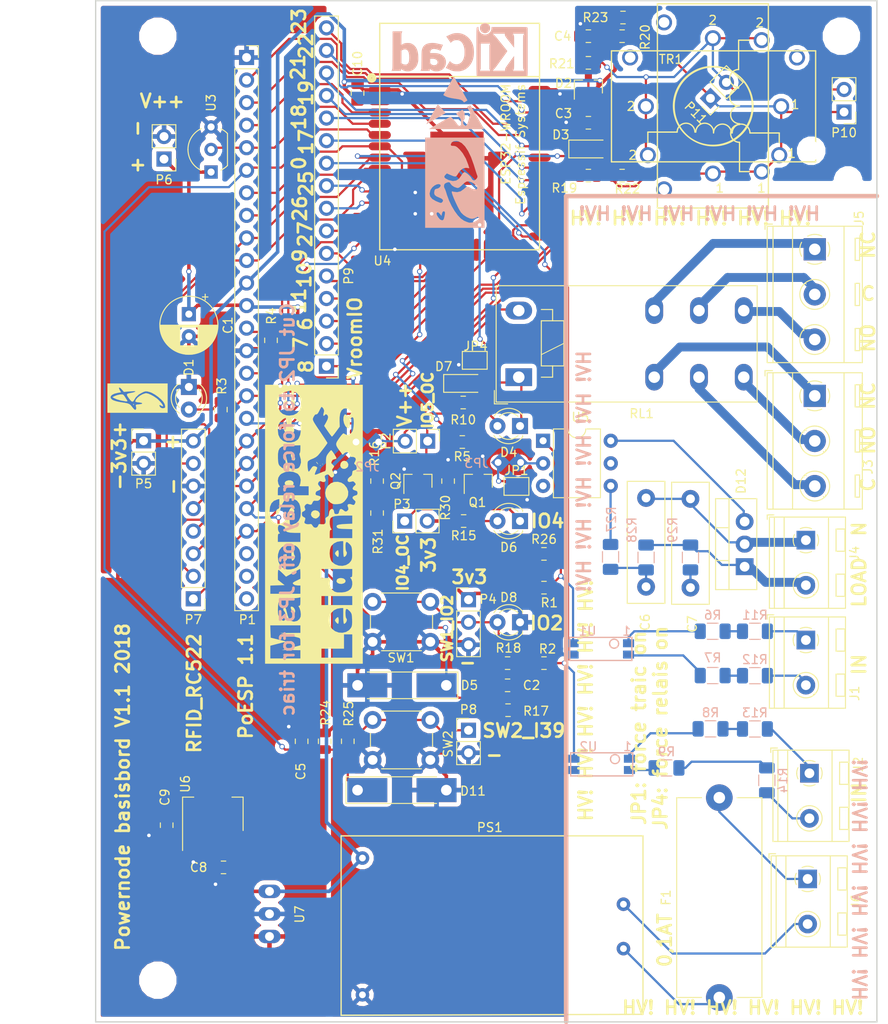
<source format=kicad_pcb>
(kicad_pcb (version 20171130) (host pcbnew 5.0.0+dfsg1-2~bpo9+1)
  (layers (0 F.Cu signal) (31 B.Cu signal) (34 B.Paste user hide) (35 F.Paste user hide) (36 B.SilkS user) (37 F.SilkS user) (38 B.Mask user hide) (39 F.Mask user hide) (44 Edge.Cuts user))
  (net 0 "")
  (net 1 GND)
  (net 2 /IO34)
  (net 3 /IO35)
  (net 4 "Net-(R26-Pad2)")
  (net 5 "Net-(R27-Pad2)")
  (net 6 "Net-(D12-Pad3)")
  (net 7 +3V3)
  (net 8 +12P)
  (net 9 /IO2)
  (net 10 /IO15)
  (net 11 "Net-(C4-Pad1)")
  (net 12 /I_39)
  (net 13 /AartTriac/N)
  (net 14 "Net-(C6-Pad2)")
  (net 15 "Net-(C7-Pad2)")
  (net 16 "Net-(D1-Pad2)")
  (net 17 "Net-(D4-Pad2)")
  (net 18 "Net-(D6-Pad2)")
  (net 19 "Net-(D8-Pad2)")
  (net 20 /AartTriac/LOAD_L)
  (net 21 "Net-(J1-Pad2)")
  (net 22 "Net-(J1-Pad1)")
  (net 23 "Net-(J3-Pad2)")
  (net 24 "Net-(J3-Pad3)")
  (net 25 "Net-(J3-Pad1)")
  (net 26 "Net-(J5-Pad2)")
  (net 27 "Net-(J5-Pad3)")
  (net 28 "Net-(J5-Pad1)")
  (net 29 /TX0)
  (net 30 /RX0)
  (net 31 /EN)
  (net 32 /I_36)
  (net 33 /IO32)
  (net 34 /IO33)
  (net 35 /SET_V++)
  (net 36 /IO4)
  (net 37 /IO16)
  (net 38 /IO5)
  (net 39 /IO14)
  (net 40 /IO12)
  (net 41 /IO13)
  (net 42 "Net-(P8-Pad1)")
  (net 43 /VR8)
  (net 44 /VR7)
  (net 45 /VR6)
  (net 46 /VR11)
  (net 47 /VR10)
  (net 48 /VR9)
  (net 49 /VR27)
  (net 50 /VR26)
  (net 51 /VR25)
  (net 52 /VR23)
  (net 53 /VR22)
  (net 54 /VR21)
  (net 55 /VR19)
  (net 56 /VR18)
  (net 57 /VR17)
  (net 58 /VR0)
  (net 59 "Net-(Q1-Pad1)")
  (net 60 "Net-(Q2-Pad1)")
  (net 61 "Net-(R11-Pad2)")
  (net 62 "Net-(R12-Pad2)")
  (net 63 "Net-(R13-Pad2)")
  (net 64 "Net-(R14-Pad2)")
  (net 65 "Net-(D4-Pad1)")
  (net 66 "Net-(R6-Pad2)")
  (net 67 "Net-(R8-Pad2)")
  (net 68 "Net-(R7-Pad1)")
  (net 69 "Net-(R9-Pad2)")
  (net 70 "Net-(D6-Pad1)")
  (net 71 "Net-(D7-Pad1)")
  (net 72 "Net-(P10-Pad1)")
  (net 73 /AartTriac/OPTO_INPUT)
  (net 74 "Net-(D3-Pad2)")
  (net 75 "Net-(F1-Pad1)")
  (net 76 "Net-(F1-Pad2)")
  (net 77 "Net-(J2-Pad1)")
  (net 78 "Net-(J2-Pad2)")
  (net 79 "Net-(J6-Pad2)")
  (module MountingHole:MountingHole_3.2mm_M3_DIN965 (layer B.Cu) (at 42.3 172.8 180)
    (fp_text reference MK3 hide)
    (fp_text value Mounting_Hole)
    (pad "" np_thru_hole circle (at -14.7 -10.5 180) (size 3.2 3.2) (drill 3.2) (layers *.Cu *.Mask))
  )
  (module MyLib:ZMCT118F_hybrid_2 (layer F.Cu) (at 119.6 84.9 180)
    (fp_text reference TR1 (at 4.8 5.3 180) (layer F.SilkS))
    (fp_text value "ZMCT118F 1000:1")
    (fp_text user 1 (at -8.8 -5.3 180) (layer F.SilkS))
    (fp_text user 1 (at -5.4 -9.2 180) (layer F.SilkS))
    (fp_text user 1 (at -0.7 -9.2 180) (layer F.SilkS))
    (fp_text user 1 (at -9.2 0.2 180) (layer F.SilkS))
    (fp_text user 2 (at 9.3 0 180) (layer F.SilkS))
    (fp_text user 2 (at 9.1 -5.5 180) (layer F.SilkS))
    (fp_text user 2 (at -5.2 9.4 180) (layer F.SilkS))
    (fp_text user 2 (at 0.1 9.7 180) (layer F.SilkS))
    (pad 1 thru_hole circle (at -7.4 -5.5 180) (size 1.8 1.8) (drill 1.2) (layers *.Cu *.Mask) (net 72 "Net-(P10-Pad1)"))
    (pad 2 thru_hole circle (at 7.4 -5.5 180) (size 1.8 1.8) (drill 1.2) (layers *.Cu *.Mask) (net 11 "Net-(C4-Pad1)"))
    (pad 3 thru_hole circle (at -9.4 5.5 180) (size 1.8 1.8) (drill 1.2) (layers *.Cu *.Mask))
    (pad 4 thru_hole circle (at 9.4 5.5 180) (size 1.8 1.8) (drill 1.2) (layers *.Cu *.Mask))
    (pad 1 thru_hole circle (at -7.62 0 180) (size 1.8 1.8) (drill 1.2) (layers *.Cu *.Mask) (net 72 "Net-(P10-Pad1)"))
    (pad 2 thru_hole circle (at 7.62 0 180) (size 1.8 1.8) (drill 1.2) (layers *.Cu *.Mask) (net 11 "Net-(C4-Pad1)"))
    (pad 1 thru_hole circle (at 0.075315 -7.569869 270) (size 1.8 1.8) (drill 1.2) (layers *.Cu *.Mask) (net 72 "Net-(P10-Pad1)"))
    (pad 2 thru_hole circle (at -5.424685 7.450131 270) (size 1.8 1.8) (drill 1.2) (layers *.Cu *.Mask) (net 11 "Net-(C4-Pad1)"))
    (pad 2 thru_hole circle (at 0.075315 7.670131 270) (size 1.8 1.8) (drill 1.2) (layers *.Cu *.Mask) (net 11 "Net-(C4-Pad1)"))
    (pad 1 thru_hole circle (at -5.424685 -7.349869 270) (size 1.8 1.8) (drill 1.2) (layers *.Cu *.Mask) (net 72 "Net-(P10-Pad1)"))
    (pad 6 thru_hole circle (at 5.575315 -9.349869 270) (size 1.8 1.8) (drill 1.2) (layers *.Cu *.Mask))
    (pad 5 thru_hole circle (at 5.575315 9.450131 270) (size 1.8 1.8) (drill 1.2) (layers *.Cu *.Mask))
  )
  (module ESP32-footprints-Lib:ESP32-WROOM (layer F.Cu) (at 91 88.3 180)
    (fp_text reference U4 (at 8.7 -14 180) (layer F.SilkS))
    (fp_text value ESP32-WROOM)
    (fp_text user "Espressif Systems" (at -6.858 -0.889 270) (layer F.SilkS))
    (fp_text user ESP32-WROOM (at -5.207 0.254 270) (layer F.SilkS))
    (pad 38 smd oval (at -9 5.25 180) (size 2.5 0.9) (layers F.Cu F.Paste F.Mask) (net 1 GND))
    (pad 37 smd oval (at -9 3.98 180) (size 2.5 0.9) (layers F.Cu F.Paste F.Mask) (net 52 /VR23))
    (pad 36 smd oval (at -9 2.71 180) (size 2.5 0.9) (layers F.Cu F.Paste F.Mask) (net 53 /VR22))
    (pad 35 smd oval (at -9 1.44 180) (size 2.5 0.9) (layers F.Cu F.Paste F.Mask) (net 29 /TX0))
    (pad 34 smd oval (at -9 0.17 180) (size 2.5 0.9) (layers F.Cu F.Paste F.Mask) (net 30 /RX0))
    (pad 33 smd oval (at -9 -1.1 180) (size 2.5 0.9) (layers F.Cu F.Paste F.Mask) (net 54 /VR21))
    (pad 32 smd oval (at -9 -2.37 180) (size 2.5 0.9) (layers F.Cu F.Paste F.Mask))
    (pad 31 smd oval (at -9 -3.64 180) (size 2.5 0.9) (layers F.Cu F.Paste F.Mask) (net 55 /VR19))
    (pad 30 smd oval (at -9 -4.91 180) (size 2.5 0.9) (layers F.Cu F.Paste F.Mask) (net 56 /VR18))
    (pad 29 smd oval (at -9 -6.18 180) (size 2.5 0.9) (layers F.Cu F.Paste F.Mask) (net 38 /IO5))
    (pad 28 smd oval (at -9 -7.45 180) (size 2.5 0.9) (layers F.Cu F.Paste F.Mask) (net 57 /VR17))
    (pad 27 smd oval (at -9 -8.72 180) (size 2.5 0.9) (layers F.Cu F.Paste F.Mask) (net 37 /IO16))
    (pad 26 smd oval (at -9 -9.99 180) (size 2.5 0.9) (layers F.Cu F.Paste F.Mask) (net 36 /IO4))
    (pad 25 smd oval (at -9 -11.26 180) (size 2.5 0.9) (layers F.Cu F.Paste F.Mask) (net 58 /VR0))
    (pad 24 smd oval (at -5.715 -12.75 180) (size 0.9 2.5) (layers F.Cu F.Paste F.Mask) (net 9 /IO2))
    (pad 23 smd oval (at -4.445 -12.75 180) (size 0.9 2.5) (layers F.Cu F.Paste F.Mask) (net 10 /IO15))
    (pad 22 smd oval (at -3.175 -12.75 180) (size 0.9 2.5) (layers F.Cu F.Paste F.Mask) (net 43 /VR8))
    (pad 21 smd oval (at -1.905 -12.75 180) (size 0.9 2.5) (layers F.Cu F.Paste F.Mask) (net 44 /VR7))
    (pad 20 smd oval (at -0.635 -12.75 180) (size 0.9 2.5) (layers F.Cu F.Paste F.Mask) (net 45 /VR6))
    (pad 19 smd oval (at 0.635 -12.75 180) (size 0.9 2.5) (layers F.Cu F.Paste F.Mask) (net 46 /VR11))
    (pad 18 smd oval (at 1.905 -12.75 180) (size 0.9 2.5) (layers F.Cu F.Paste F.Mask) (net 47 /VR10))
    (pad 17 smd oval (at 3.175 -12.75 180) (size 0.9 2.5) (layers F.Cu F.Paste F.Mask) (net 48 /VR9))
    (pad 16 smd oval (at 4.445 -12.75 180) (size 0.9 2.5) (layers F.Cu F.Paste F.Mask) (net 41 /IO13))
    (pad 15 smd oval (at 5.715 -12.75 180) (size 0.9 2.5) (layers F.Cu F.Paste F.Mask) (net 1 GND))
    (pad 14 smd oval (at 9 -11.26 180) (size 2.5 0.9) (layers F.Cu F.Paste F.Mask) (net 40 /IO12))
    (pad 13 smd oval (at 9 -9.99 180) (size 2.5 0.9) (layers F.Cu F.Paste F.Mask) (net 39 /IO14))
    (pad 12 smd oval (at 9 -8.72 180) (size 2.5 0.9) (layers F.Cu F.Paste F.Mask) (net 49 /VR27))
    (pad 11 smd oval (at 9 -7.45 180) (size 2.5 0.9) (layers F.Cu F.Paste F.Mask) (net 50 /VR26))
    (pad 10 smd oval (at 9 -6.18 180) (size 2.5 0.9) (layers F.Cu F.Paste F.Mask) (net 51 /VR25))
    (pad 9 smd oval (at 9 -4.91 180) (size 2.5 0.9) (layers F.Cu F.Paste F.Mask) (net 34 /IO33))
    (pad 8 smd oval (at 9 -3.64 180) (size 2.5 0.9) (layers F.Cu F.Paste F.Mask) (net 33 /IO32))
    (pad 7 smd oval (at 9 -2.37 180) (size 2.5 0.9) (layers F.Cu F.Paste F.Mask) (net 3 /IO35))
    (pad 6 smd oval (at 9 -1.1 180) (size 2.5 0.9) (layers F.Cu F.Paste F.Mask) (net 2 /IO34))
    (pad 5 smd oval (at 9 0.17 180) (size 2.5 0.9) (layers F.Cu F.Paste F.Mask) (net 12 /I_39))
    (pad 4 smd oval (at 9 1.44 180) (size 2.5 0.9) (layers F.Cu F.Paste F.Mask) (net 32 /I_36))
    (pad 3 smd oval (at 9 2.71 180) (size 2.5 0.9) (layers F.Cu F.Paste F.Mask) (net 31 /EN))
    (pad 2 smd oval (at 9 3.98 180) (size 2.5 0.9) (layers F.Cu F.Paste F.Mask) (net 7 +3V3))
    (pad 1 smd oval (at 9 5.25 180) (size 2.5 0.9) (layers F.Cu F.Paste F.Mask) (net 1 GND))
    (pad 39 smd rect (at 0.3 -2.45 180) (size 6 6) (layers F.Cu F.Paste F.Mask) (net 1 GND))
  )
  (module MyLib:SSOP4_HP (layer B.Cu) (at 106.9 146 180)
    (fp_text reference U1 (at 1.5 2 180) (layer B.SilkS) (effects (justify mirror)))
    (fp_text value VOS627)
    (fp_text user 1 (at -2.9 2 180) (layer B.SilkS) (effects (justify mirror)))
    (pad 1 smd rect (at -3.125 0.635 180) (size 1.25 0.9) (layers B.Cu B.Paste B.Mask) (net 66 "Net-(R6-Pad2)"))
    (pad 2 smd rect (at -3.125 -0.635 180) (size 1.25 0.9) (layers B.Cu B.Paste B.Mask) (net 68 "Net-(R7-Pad1)"))
    (pad 4 smd rect (at 3.125 0.635 180) (size 1.25 0.9) (layers B.Cu B.Paste B.Mask) (net 2 /IO34))
    (pad 3 smd rect (at 3.125 -0.635 180) (size 1.25 0.9) (layers B.Cu B.Paste B.Mask) (net 1 GND))
  )
  (module MyLib:SSOP4_HP (layer B.Cu) (at 107 159 180)
    (fp_text reference U2 (at 1.5 2 180) (layer B.SilkS) (effects (justify mirror)))
    (fp_text value VOS627)
    (fp_text user 1 (at -2.9 2 180) (layer B.SilkS) (effects (justify mirror)))
    (pad 1 smd rect (at -3.125 0.635 180) (size 1.25 0.9) (layers B.Cu B.Paste B.Mask) (net 67 "Net-(R8-Pad2)"))
    (pad 2 smd rect (at -3.125 -0.635 180) (size 1.25 0.9) (layers B.Cu B.Paste B.Mask) (net 69 "Net-(R9-Pad2)"))
    (pad 4 smd rect (at 3.125 0.635 180) (size 1.25 0.9) (layers B.Cu B.Paste B.Mask) (net 3 /IO35))
    (pad 3 smd rect (at 3.125 -0.635 180) (size 1.25 0.9) (layers B.Cu B.Paste B.Mask) (net 1 GND))
  )
  (module TO_SOT_Packages_THT:TO-220_Neutral123_PadsOnly (layer F.Cu) (at 69.58 175.84 270)
    (fp_text reference U7 (at 0.0508 -3.40106 270) (layer F.SilkS))
    (fp_text value R-78E3.3-0.5)
    (pad 2 thru_hole oval (at 0 0) (size 2.49936 1.50114) (drill 1.00076) (layers *.Cu *.Mask) (net 1 GND))
    (pad 1 thru_hole oval (at -2.54 0) (size 2.49936 1.50114) (drill 1.00076) (layers *.Cu *.Mask) (net 8 +12P))
    (pad 3 thru_hole oval (at 2.54 0) (size 2.49936 1.50114) (drill 1.00076) (layers *.Cu *.Mask) (net 7 +3V3))
  )
  (module Connector_PinHeader_2.54mm:PinHeader_1x02_P2.54mm_Vertical (layer F.Cu) (at 134.3 85.54 180)
    (fp_text reference P10 (at 0 -2.33 180) (layer F.SilkS))
    (fp_text value CONN_01X02)
    (pad 1 thru_hole rect (at 0 0 180) (size 1.7 1.7) (drill 1) (layers *.Cu *.Mask) (net 72 "Net-(P10-Pad1)"))
    (pad 2 thru_hole oval (at 0 2.54 180) (size 1.7 1.7) (drill 1) (layers *.Cu *.Mask) (net 11 "Net-(C4-Pad1)"))
  )
  (module Connector_PinHeader_2.54mm:PinHeader_1x02_P2.54mm_Vertical (layer F.Cu) (at 119.25 84 135)
    (fp_text reference P11 (at 0 -2.33 135) (layer F.SilkS))
    (fp_text value CONN_01X02)
    (pad 2 thru_hole oval (at 0 2.54 135) (size 1.7 1.7) (drill 1) (layers *.Cu *.Mask) (net 11 "Net-(C4-Pad1)"))
    (pad 1 thru_hole rect (at 0 0 135) (size 1.7 1.7) (drill 1) (layers *.Cu *.Mask) (net 72 "Net-(P10-Pad1)"))
  )
  (module Jumper:SolderJumper-2_P1.3mm_Open_TrianglePad1.0x1.5mm (layer F.Cu) (at 97.4 127.7)
    (fp_text reference JP1 (at 0 -1.8) (layer F.SilkS))
    (fp_text value Jumper_NO_Small)
    (pad 2 smd custom (at 0.725 0) (size 0.3 0.3) (layers F.Cu F.Mask) (net 1 GND) (options (clearance outline) (anchor rect)) (primitives (gr_poly (pts (xy -0.65 -0.75) (xy 0.5 -0.75) (xy 0.5 0.75) (xy -0.65 0.75) (xy -0.15 0)) (width 0))))
    (pad 1 smd custom (at -0.725 0) (size 0.3 0.3) (layers F.Cu F.Mask) (net 70 "Net-(D6-Pad1)") (options (clearance outline) (anchor rect)) (primitives (gr_poly (pts (xy -0.5 -0.75) (xy 0.5 -0.75) (xy 1 0) (xy 0.5 0.75) (xy -0.5 0.75)) (width 0))))
  )
  (module Jumper:SolderJumper-2_P1.3mm_Open_TrianglePad1.0x1.5mm (layer F.Cu) (at 92.7 113.5 180)
    (fp_text reference JP4 (at -0.1 1.6 180) (layer F.SilkS))
    (fp_text value Jumper_NO_Small)
    (pad 1 smd custom (at -0.725 0 180) (size 0.3 0.3) (layers F.Cu F.Mask) (net 65 "Net-(D4-Pad1)") (options (clearance outline) (anchor rect)) (primitives (gr_poly (pts (xy -0.5 -0.75) (xy 0.5 -0.75) (xy 1 0) (xy 0.5 0.75) (xy -0.5 0.75)) (width 0))))
    (pad 2 smd custom (at 0.725 0 180) (size 0.3 0.3) (layers F.Cu F.Mask) (net 1 GND) (options (clearance outline) (anchor rect)) (primitives (gr_poly (pts (xy -0.65 -0.75) (xy 0.5 -0.75) (xy 0.5 0.75) (xy -0.65 0.75) (xy -0.15 0)) (width 0))))
  )
  (module MountingHole:MountingHole_2.2mm_M2 (layer F.Cu) (at 130.6 89.9)
    (fp_text reference H1 hide)
    (fp_text value hole2m2)
    (pad 1 np_thru_hole circle (at 0 0) (size 2.2 2.2) (drill 2.2) (layers *.Cu *.Mask))
  )
  (module MountingHole:MountingHole_2.2mm_M2 (layer F.Cu) (at 134.75 93.25)
    (fp_text reference H2 hide)
    (fp_text value hole2m2)
    (pad 1 np_thru_hole circle (at 0 0) (size 2.2 2.2) (drill 2.2) (layers *.Cu *.Mask))
  )
  (module MyLib:LOGO_MSL_Silk (layer F.Cu) (at 74.5 132 90)
    (fp_text reference LOGO2 hide)
    (fp_text value Logo_MSL hide)
  )
  (module MyLib:Logo_AS_Small (layer F.Cu) (at 54.72 117.8 90)
    (fp_text reference LOGO4 hide)
    (fp_text value Logo_AS hide)
  )
  (module MyLib:LJPVLOGO (layer B.Cu) (at 90.5 93.5 180)
    (fp_text reference LOGO5 hide)
    (fp_text value Logo_LJP hide)
  )
  (module Symbol:ESD-Logo_6.6x6mm_SilkScreen (layer B.Cu) (at 90.5 84.5 180)
    (fp_text reference LOGO1 hide)
    (fp_text value Logo_ESD hide)
  )
  (module Symbol:KiCad-Logo_6mm_SilkScreen (layer B.Cu) (at 91 78.5 180)
    (fp_text reference LOGO3 hide)
    (fp_text value Logo_Kicad hide)
  )
  (module MountingHole:MountingHole_3.2mm_M3_DIN965 (layer F.Cu) (at 136.2 76.7)
    (fp_text reference MK1 hide)
    (fp_text value Mounting_Hole)
    (pad "" np_thru_hole circle (at -2.2 0.3) (size 3.2 3.2) (drill 3.2) (layers *.Cu *.Mask))
  )
  (module MountingHole:MountingHole_3.2mm_M3_DIN965 (layer F.Cu) (at 57 80)
    (fp_text reference MK2 hide)
    (fp_text value Mounting_Hole)
    (pad "" np_thru_hole circle (at 0 -3) (size 3.2 3.2) (drill 3.2) (layers *.Cu *.Mask))
  )
  (module MountingHole:MountingHole_3.2mm_M3_DIN965 (layer B.Cu) (at 134 183.3 180)
    (fp_text reference MK4 hide)
    (fp_text value Mounting_Hole)
    (pad "" np_thru_hole circle (at 2 0 180) (size 3.2 3.2) (drill 3.2) (layers *.Cu *.Mask))
  )
  (module Capacitor_SMD:C_0805_2012Metric (layer F.Cu) (at 96.4 150.1 180)
    (fp_text reference C2 (at -2.7 0 180) (layer F.SilkS))
    (fp_text value 100n_OPT)
    (pad 1 smd roundrect (at -0.9375 0 180) (size 0.975 1.4) (layers F.Cu F.Paste F.Mask) (net 9 /IO2))
    (pad 2 smd roundrect (at 0.9375 0 180) (size 0.975 1.4) (layers F.Cu F.Paste F.Mask) (net 1 GND))
  )
  (module Capacitor_SMD:C_0805_2012Metric (layer F.Cu) (at 73.2 156.4 90)
    (fp_text reference C5 (at -3.4 -0.1 90) (layer F.SilkS))
    (fp_text value 100n)
    (pad 2 smd roundrect (at 0.9375 0 90) (size 0.975 1.4) (layers F.Cu F.Paste F.Mask) (net 1 GND))
    (pad 1 smd roundrect (at -0.9375 0 90) (size 0.975 1.4) (layers F.Cu F.Paste F.Mask) (net 12 /I_39))
  )
  (module MyLib:NC_Jumper_Pinheader (layer F.Cu) (at 80.6 122.7 90)
    (fp_text reference JP2 (at -2.8 0 180) (layer B.SilkS) (effects (justify mirror)))
    (fp_text value Jumper_NC_Small)
    (pad 1 thru_hole trapezoid (at 0 -1.27 135) (size 1.524 1.524) (drill 0.762 (offset -0.2 0.2)) (layers B.Cu B.Mask) (net 8 +12P))
    (pad 2 thru_hole rect (at 0 1.27 135) (size 1.524 1.524) (drill 0.762 (offset 0.2 -0.2)) (layers B.Cu B.Mask) (net 71 "Net-(D7-Pad1)"))
  )
  (module MyLib:NC_Jumper_Pinheader (layer F.Cu) (at 96.6 125 90)
    (fp_text reference JP3 (at -0.1 -3.7 180) (layer B.SilkS) (effects (justify mirror)))
    (fp_text value Jumper_NC_Small)
    (pad 2 thru_hole rect (at 0 1.27 135) (size 1.524 1.524) (drill 0.762 (offset 0.2 -0.2)) (layers B.Cu B.Mask) (net 73 /AartTriac/OPTO_INPUT))
    (pad 1 thru_hole trapezoid (at 0 -1.27 135) (size 1.524 1.524) (drill 0.762 (offset -0.2 0.2)) (layers B.Cu B.Mask) (net 70 "Net-(D6-Pad1)"))
  )
  (module Capacitor_THT:CP_Radial_D6.3mm_P2.50mm (layer F.Cu) (at 60.5 108.3 270)
    (fp_text reference C1 (at 1.25 -4.4 270) (layer F.SilkS))
    (fp_text value 100uF)
    (pad 1 thru_hole rect (at 0 0 270) (size 1.6 1.6) (drill 0.8) (layers *.Cu *.Mask) (net 8 +12P))
    (pad 2 thru_hole circle (at 2.5 0 270) (size 1.6 1.6) (drill 0.8) (layers *.Cu *.Mask) (net 1 GND))
  )
  (module Capacitor_SMD:C_0805_2012Metric_Pad1.15x1.40mm_HandSolder (layer F.Cu) (at 105.5 86.75 180)
    (fp_text reference C3 (at 2.8 1.05 180) (layer F.SilkS))
    (fp_text value C_2u2_OPT)
    (pad 1 smd roundrect (at -1.025 0 180) (size 1.15 1.4) (layers F.Cu F.Paste F.Mask) (roundrect_rratio 0.217391) (net 10 /IO15))
    (pad 2 smd roundrect (at 1.025 0 180) (size 1.15 1.4) (layers F.Cu F.Paste F.Mask) (roundrect_rratio 0.217391) (net 1 GND))
  )
  (module Capacitor_SMD:C_0805_2012Metric_Pad1.15x1.40mm_HandSolder (layer F.Cu) (at 105.5 77 180)
    (fp_text reference C4 (at 2.9 0 180) (layer F.SilkS))
    (fp_text value 2u2)
    (pad 1 smd roundrect (at -1.025 0 180) (size 1.15 1.4) (layers F.Cu F.Paste F.Mask) (roundrect_rratio 0.217391) (net 11 "Net-(C4-Pad1)"))
    (pad 2 smd roundrect (at 1.025 0 180) (size 1.15 1.4) (layers F.Cu F.Paste F.Mask) (roundrect_rratio 0.217391) (net 1 GND))
  )
  (module Capacitor_THT:C_Rect_L13.5mm_W4.0mm_P10.00mm_FKS3_FKP3_MKS4 (layer F.Cu) (at 112 129 270)
    (fp_text reference C6 (at 14 0.1 270) (layer F.SilkS))
    (fp_text value 10n_MAINS)
    (pad 2 thru_hole circle (at 10 0 270) (size 2 2) (drill 1) (layers *.Cu *.Mask) (net 14 "Net-(C6-Pad2)"))
    (pad 1 thru_hole circle (at 0 0 270) (size 2 2) (drill 1) (layers *.Cu *.Mask) (net 13 /AartTriac/N))
  )
  (module Capacitor_THT:C_Rect_L13.5mm_W4.0mm_P10.00mm_FKS3_FKP3_MKS4 (layer F.Cu) (at 117 129.1 270)
    (fp_text reference C7 (at 14.1 -0.2 270) (layer F.SilkS))
    (fp_text value 10n_MAINS)
    (pad 1 thru_hole circle (at 0 0 270) (size 2 2) (drill 1) (layers *.Cu *.Mask) (net 13 /AartTriac/N))
    (pad 2 thru_hole circle (at 10 0 270) (size 2 2) (drill 1) (layers *.Cu *.Mask) (net 15 "Net-(C7-Pad2)"))
  )
  (module Capacitor_SMD:C_0805_2012Metric_Pad1.15x1.40mm_HandSolder (layer F.Cu) (at 58 165.85 270)
    (fp_text reference C9 (at -3.15 0.2 270) (layer F.SilkS))
    (fp_text value 2u2)
    (pad 2 smd roundrect (at 1.025 0 270) (size 1.15 1.4) (layers F.Cu F.Paste F.Mask) (roundrect_rratio 0.217391) (net 1 GND))
    (pad 1 smd roundrect (at -1.025 0 270) (size 1.15 1.4) (layers F.Cu F.Paste F.Mask) (roundrect_rratio 0.217391) (net 7 +3V3))
  )
  (module Capacitor_SMD:C_0805_2012Metric (layer F.Cu) (at 79.5 83.4 270)
    (fp_text reference C10 (at -3.3 0 270) (layer F.SilkS))
    (fp_text value 100n)
    (pad 1 smd roundrect (at -0.9375 0 270) (size 0.975 1.4) (layers F.Cu F.Paste F.Mask) (net 1 GND))
    (pad 2 smd roundrect (at 0.9375 0 270) (size 0.975 1.4) (layers F.Cu F.Paste F.Mask) (net 7 +3V3))
  )
  (module LED_THT:LED_D3.0mm (layer F.Cu) (at 60.5 116.5 270)
    (fp_text reference D1 (at -2.2 0 270) (layer F.SilkS))
    (fp_text value AARTLED)
    (pad 2 thru_hole circle (at 2.54 0 270) (size 1.8 1.8) (drill 0.9) (layers *.Cu *.Mask) (net 16 "Net-(D1-Pad2)"))
    (pad 1 thru_hole rect (at 0 0 270) (size 1.8 1.8) (drill 0.9) (layers *.Cu *.Mask) (net 1 GND))
  )
  (module Package_TO_SOT_SMD:SOT-23 (layer F.Cu) (at 105.5 82.7 90)
    (fp_text reference D2 (at 0.4 -2.8 180) (layer F.SilkS))
    (fp_text value bav99+)
    (pad 1 smd rect (at -1 -0.95 90) (size 0.9 0.8) (layers F.Cu F.Paste F.Mask) (net 1 GND))
    (pad 2 smd rect (at -1 0.95 90) (size 0.9 0.8) (layers F.Cu F.Paste F.Mask) (net 7 +3V3))
    (pad 3 smd rect (at 1 0 90) (size 0.9 0.8) (layers F.Cu F.Paste F.Mask) (net 10 /IO15))
  )
  (module LED_THT:LED_D3.0mm (layer F.Cu) (at 97.8 120.9 180)
    (fp_text reference D4 (at 1.27 -2.96 180) (layer F.SilkS))
    (fp_text value LED)
    (pad 1 thru_hole rect (at 0 0 180) (size 1.8 1.8) (drill 0.9) (layers *.Cu *.Mask) (net 65 "Net-(D4-Pad1)"))
    (pad 2 thru_hole circle (at 2.54 0 180) (size 1.8 1.8) (drill 0.9) (layers *.Cu *.Mask) (net 17 "Net-(D4-Pad2)"))
  )
  (module Diode_SMD:D_MELF-RM10_Universal_Handsoldering (layer F.Cu) (at 84.5 150.1 180)
    (fp_text reference D5 (at -7.6 0 180) (layer F.SilkS))
    (fp_text value Zener_3v3)
    (pad 2 thru_hole rect (at 5 0) (size 4.5 2.7) (drill 1.19888 (offset 1.1 0)) (layers *.Cu *.Mask) (net 1 GND))
    (pad 1 thru_hole rect (at -5 0 180) (size 4.5 2.7) (drill 1.19888 (offset 1.1 0)) (layers *.Cu *.Mask) (net 9 /IO2))
  )
  (module LED_THT:LED_D3.0mm (layer F.Cu) (at 97.8 131.6 180)
    (fp_text reference D6 (at 1.27 -2.96 180) (layer F.SilkS))
    (fp_text value LED)
    (pad 1 thru_hole rect (at 0 0 180) (size 1.8 1.8) (drill 0.9) (layers *.Cu *.Mask) (net 70 "Net-(D6-Pad1)"))
    (pad 2 thru_hole circle (at 2.54 0 180) (size 1.8 1.8) (drill 0.9) (layers *.Cu *.Mask) (net 18 "Net-(D6-Pad2)"))
  )
  (module LED_THT:LED_D3.0mm (layer F.Cu) (at 97.8 143 180)
    (fp_text reference D8 (at 1.27 2.8 180) (layer F.SilkS))
    (fp_text value LED)
    (pad 2 thru_hole circle (at 2.54 0 180) (size 1.8 1.8) (drill 0.9) (layers *.Cu *.Mask) (net 19 "Net-(D8-Pad2)"))
    (pad 1 thru_hole rect (at 0 0 180) (size 1.8 1.8) (drill 0.9) (layers *.Cu *.Mask) (net 1 GND))
  )
  (module Diode_SMD:D_MELF-RM10_Universal_Handsoldering (layer F.Cu) (at 84.5 161.9)
    (fp_text reference D11 (at 8 0.1) (layer F.SilkS))
    (fp_text value Zener_3v3)
    (pad 1 thru_hole rect (at -5 0) (size 4.5 2.7) (drill 1.19888 (offset 1.1 0)) (layers *.Cu *.Mask) (net 12 /I_39))
    (pad 2 thru_hole rect (at 5 0 180) (size 4.5 2.7) (drill 1.19888 (offset 1.1 0)) (layers *.Cu *.Mask) (net 1 GND))
  )
  (module Connector_PinSocket_2.54mm:PinSocket_1x25_P2.54mm_Vertical (layer F.Cu) (at 67 79.4)
    (fp_text reference P1 (at 0.1 63.3) (layer F.SilkS))
    (fp_text value CONN_01X25_POESP1.0)
    (pad 1 thru_hole rect (at 0 0) (size 1.7 1.7) (drill 1) (layers *.Cu *.Mask) (net 1 GND))
    (pad 2 thru_hole oval (at 0 2.54) (size 1.7 1.7) (drill 1) (layers *.Cu *.Mask) (net 29 /TX0))
    (pad 3 thru_hole oval (at 0 5.08) (size 1.7 1.7) (drill 1) (layers *.Cu *.Mask) (net 30 /RX0))
    (pad 4 thru_hole oval (at 0 7.62) (size 1.7 1.7) (drill 1) (layers *.Cu *.Mask) (net 31 /EN))
    (pad 5 thru_hole oval (at 0 10.16) (size 1.7 1.7) (drill 1) (layers *.Cu *.Mask) (net 32 /I_36))
    (pad 6 thru_hole oval (at 0 12.7) (size 1.7 1.7) (drill 1) (layers *.Cu *.Mask) (net 12 /I_39))
    (pad 7 thru_hole oval (at 0 15.24) (size 1.7 1.7) (drill 1) (layers *.Cu *.Mask) (net 2 /IO34))
    (pad 8 thru_hole oval (at 0 17.78) (size 1.7 1.7) (drill 1) (layers *.Cu *.Mask) (net 3 /IO35))
    (pad 9 thru_hole oval (at 0 20.32) (size 1.7 1.7) (drill 1) (layers *.Cu *.Mask) (net 33 /IO32))
    (pad 10 thru_hole oval (at 0 22.86) (size 1.7 1.7) (drill 1) (layers *.Cu *.Mask) (net 34 /IO33))
    (pad 11 thru_hole oval (at 0 25.4) (size 1.7 1.7) (drill 1) (layers *.Cu *.Mask) (net 7 +3V3))
    (pad 12 thru_hole oval (at 0 27.94) (size 1.7 1.7) (drill 1) (layers *.Cu *.Mask) (net 8 +12P))
    (pad 13 thru_hole oval (at 0 30.48) (size 1.7 1.7) (drill 1) (layers *.Cu *.Mask) (net 35 /SET_V++))
    (pad 14 thru_hole oval (at 0 33.02) (size 1.7 1.7) (drill 1) (layers *.Cu *.Mask) (net 1 GND))
    (pad 15 thru_hole oval (at 0 35.56) (size 1.7 1.7) (drill 1) (layers *.Cu *.Mask) (net 36 /IO4))
    (pad 16 thru_hole oval (at 0 38.1) (size 1.7 1.7) (drill 1) (layers *.Cu *.Mask) (net 37 /IO16))
    (pad 17 thru_hole oval (at 0 40.64) (size 1.7 1.7) (drill 1) (layers *.Cu *.Mask) (net 38 /IO5))
    (pad 18 thru_hole oval (at 0 43.18) (size 1.7 1.7) (drill 1) (layers *.Cu *.Mask) (net 39 /IO14))
    (pad 19 thru_hole oval (at 0 45.72) (size 1.7 1.7) (drill 1) (layers *.Cu *.Mask) (net 40 /IO12))
    (pad 20 thru_hole oval (at 0 48.26) (size 1.7 1.7) (drill 1) (layers *.Cu *.Mask) (net 41 /IO13))
    (pad 21 thru_hole oval (at 0 50.8) (size 1.7 1.7) (drill 1) (layers *.Cu *.Mask) (net 9 /IO2))
    (pad 22 thru_hole oval (at 0 53.34) (size 1.7 1.7) (drill 1) (layers *.Cu *.Mask) (net 10 /IO15))
    (pad 23 thru_hole oval (at 0 55.88) (size 1.7 1.7) (drill 1) (layers *.Cu *.Mask))
    (pad 24 thru_hole oval (at 0 58.42) (size 1.7 1.7) (drill 1) (layers *.Cu *.Mask))
    (pad 25 thru_hole oval (at 0 60.96) (size 1.7 1.7) (drill 1) (layers *.Cu *.Mask))
  )
  (module Package_TO_SOT_SMD:SOT-23 (layer F.Cu) (at 93.1 127.1 90)
    (fp_text reference Q1 (at -2.4 -0.1 180) (layer F.SilkS))
    (fp_text value BC847)
    (pad 1 smd rect (at -1 -0.95 90) (size 0.9 0.8) (layers F.Cu F.Paste F.Mask) (net 59 "Net-(Q1-Pad1)"))
    (pad 2 smd rect (at -1 0.95 90) (size 0.9 0.8) (layers F.Cu F.Paste F.Mask) (net 70 "Net-(D6-Pad1)"))
    (pad 3 smd rect (at 1 0 90) (size 0.9 0.8) (layers F.Cu F.Paste F.Mask) (net 1 GND))
  )
  (module Package_TO_SOT_SMD:SOT-23 (layer F.Cu) (at 86.3 127.1 90)
    (fp_text reference Q2 (at 0 -2.5 90) (layer F.SilkS))
    (fp_text value BC847)
    (pad 3 smd rect (at 1 0 90) (size 0.9 0.8) (layers F.Cu F.Paste F.Mask) (net 1 GND))
    (pad 2 smd rect (at -1 0.95 90) (size 0.9 0.8) (layers F.Cu F.Paste F.Mask) (net 65 "Net-(D4-Pad1)"))
    (pad 1 smd rect (at -1 -0.95 90) (size 0.9 0.8) (layers F.Cu F.Paste F.Mask) (net 60 "Net-(Q2-Pad1)"))
  )
  (module Resistor_SMD:R_0805_2012Metric (layer F.Cu) (at 100.5 139.1 180)
    (fp_text reference R1 (at -0.6 -1.7 180) (layer F.SilkS))
    (fp_text value 33k)
    (pad 2 smd roundrect (at 0.9375 0 180) (size 0.975 1.4) (layers F.Cu F.Paste F.Mask) (net 7 +3V3))
    (pad 1 smd roundrect (at -0.9375 0 180) (size 0.975 1.4) (layers F.Cu F.Paste F.Mask) (net 2 /IO34))
  )
  (module Resistor_SMD:R_0805_2012Metric (layer F.Cu) (at 100.5 147.6 180)
    (fp_text reference R2 (at -0.4 1.6 180) (layer F.SilkS))
    (fp_text value 33k)
    (pad 1 smd roundrect (at -0.9375 0 180) (size 0.975 1.4) (layers F.Cu F.Paste F.Mask) (net 3 /IO35))
    (pad 2 smd roundrect (at 0.9375 0 180) (size 0.975 1.4) (layers F.Cu F.Paste F.Mask) (net 7 +3V3))
  )
  (module Resistor_SMD:R_0805_2012Metric (layer F.Cu) (at 64.1 119.05 270)
    (fp_text reference R3 (at -2.65 -0.1 270) (layer F.SilkS))
    (fp_text value 2k2)
    (pad 2 smd roundrect (at 0.9375 0 270) (size 0.975 1.4) (layers F.Cu F.Paste F.Mask) (net 37 /IO16))
    (pad 1 smd roundrect (at -0.9375 0 270) (size 0.975 1.4) (layers F.Cu F.Paste F.Mask) (net 16 "Net-(D1-Pad2)"))
  )
  (module Resistor_SMD:R_0805_2012Metric (layer F.Cu) (at 69.75 111.25 90)
    (fp_text reference R4 (at 2.75 0.05 90) (layer F.SilkS))
    (fp_text value 7k15)
    (pad 1 smd roundrect (at -0.9375 0 90) (size 0.975 1.4) (layers F.Cu F.Paste F.Mask) (net 1 GND))
    (pad 2 smd roundrect (at 0.9375 0 90) (size 0.975 1.4) (layers F.Cu F.Paste F.Mask) (net 35 /SET_V++))
  )
  (module Resistor_SMD:R_0805_2012Metric (layer F.Cu) (at 91.3 122.7 180)
    (fp_text reference R5 (at 0 -1.65 180) (layer F.SilkS))
    (fp_text value 2k2)
    (pad 1 smd roundrect (at -0.9375 0 180) (size 0.975 1.4) (layers F.Cu F.Paste F.Mask) (net 59 "Net-(Q1-Pad1)"))
    (pad 2 smd roundrect (at 0.9375 0 180) (size 0.975 1.4) (layers F.Cu F.Paste F.Mask) (net 36 /IO4))
  )
  (module Resistor_SMD:R_1206_3216Metric (layer B.Cu) (at 119.5 144.012516 180)
    (fp_text reference R6 (at 0 1.82 180) (layer B.SilkS) (effects (justify mirror)))
    (fp_text value 68k)
    (pad 2 smd roundrect (at 1.4 0 180) (size 1.25 1.75) (layers B.Cu B.Paste B.Mask) (roundrect_rratio 0.2) (net 66 "Net-(R6-Pad2)"))
    (pad 1 smd roundrect (at -1.4 0 180) (size 1.25 1.75) (layers B.Cu B.Paste B.Mask) (roundrect_rratio 0.2) (net 61 "Net-(R11-Pad2)"))
  )
  (module Resistor_SMD:R_1206_3216Metric (layer B.Cu) (at 119.5 149)
    (fp_text reference R7 (at 0 -2) (layer B.SilkS) (effects (justify mirror)))
    (fp_text value 68k)
    (pad 1 smd roundrect (at -1.4 0) (size 1.25 1.75) (layers B.Cu B.Paste B.Mask) (roundrect_rratio 0.2) (net 68 "Net-(R7-Pad1)"))
    (pad 2 smd roundrect (at 1.4 0) (size 1.25 1.75) (layers B.Cu B.Paste B.Mask) (roundrect_rratio 0.2) (net 62 "Net-(R12-Pad2)"))
  )
  (module Resistor_SMD:R_1206_3216Metric (layer B.Cu) (at 119.260194 155 180)
    (fp_text reference R8 (at 0 1.82 180) (layer B.SilkS) (effects (justify mirror)))
    (fp_text value 68k)
    (pad 2 smd roundrect (at 1.4 0 180) (size 1.25 1.75) (layers B.Cu B.Paste B.Mask) (roundrect_rratio 0.2) (net 67 "Net-(R8-Pad2)"))
    (pad 1 smd roundrect (at -1.4 0 180) (size 1.25 1.75) (layers B.Cu B.Paste B.Mask) (roundrect_rratio 0.2) (net 63 "Net-(R13-Pad2)"))
  )
  (module Resistor_SMD:R_1206_3216Metric (layer B.Cu) (at 114.3 159.4 180)
    (fp_text reference R9 (at 0 1.82 180) (layer B.SilkS) (effects (justify mirror)))
    (fp_text value 68k)
    (pad 1 smd roundrect (at -1.4 0 180) (size 1.25 1.75) (layers B.Cu B.Paste B.Mask) (roundrect_rratio 0.2) (net 64 "Net-(R14-Pad2)"))
    (pad 2 smd roundrect (at 1.4 0 180) (size 1.25 1.75) (layers B.Cu B.Paste B.Mask) (roundrect_rratio 0.2) (net 69 "Net-(R9-Pad2)"))
  )
  (module Resistor_SMD:R_0805_2012Metric (layer F.Cu) (at 91.4 118.25 180)
    (fp_text reference R10 (at 0 -1.95 180) (layer F.SilkS))
    (fp_text value 33k)
    (pad 1 smd roundrect (at -0.9375 0 180) (size 0.975 1.4) (layers F.Cu F.Paste F.Mask) (net 17 "Net-(D4-Pad2)"))
    (pad 2 smd roundrect (at 0.9375 0 180) (size 0.975 1.4) (layers F.Cu F.Paste F.Mask) (net 71 "Net-(D7-Pad1)"))
  )
  (module Resistor_SMD:R_1206_3216Metric (layer B.Cu) (at 124.260194 144.012516 180)
    (fp_text reference R11 (at 0 1.82 180) (layer B.SilkS) (effects (justify mirror)))
    (fp_text value 68k)
    (pad 1 smd roundrect (at -1.4 0 180) (size 1.25 1.75) (layers B.Cu B.Paste B.Mask) (roundrect_rratio 0.2) (net 22 "Net-(J1-Pad1)"))
    (pad 2 smd roundrect (at 1.4 0 180) (size 1.25 1.75) (layers B.Cu B.Paste B.Mask) (roundrect_rratio 0.2) (net 61 "Net-(R11-Pad2)"))
  )
  (module Resistor_SMD:R_1206_3216Metric (layer B.Cu) (at 124.260194 149.012516 180)
    (fp_text reference R12 (at 0 1.82 180) (layer B.SilkS) (effects (justify mirror)))
    (fp_text value 68k)
    (pad 2 smd roundrect (at 1.4 0 180) (size 1.25 1.75) (layers B.Cu B.Paste B.Mask) (roundrect_rratio 0.2) (net 62 "Net-(R12-Pad2)"))
    (pad 1 smd roundrect (at -1.4 0 180) (size 1.25 1.75) (layers B.Cu B.Paste B.Mask) (roundrect_rratio 0.2) (net 21 "Net-(J1-Pad2)"))
  )
  (module Resistor_SMD:R_1206_3216Metric (layer B.Cu) (at 124.260194 155.012516 180)
    (fp_text reference R13 (at 0 1.82 180) (layer B.SilkS) (effects (justify mirror)))
    (fp_text value 68k)
    (pad 1 smd roundrect (at -1.4 0 180) (size 1.25 1.75) (layers B.Cu B.Paste B.Mask) (roundrect_rratio 0.2) (net 77 "Net-(J2-Pad1)"))
    (pad 2 smd roundrect (at 1.4 0 180) (size 1.25 1.75) (layers B.Cu B.Paste B.Mask) (roundrect_rratio 0.2) (net 63 "Net-(R13-Pad2)"))
  )
  (module Resistor_SMD:R_1206_3216Metric (layer B.Cu) (at 125.6 160.8 90)
    (fp_text reference R14 (at 0 1.82 90) (layer B.SilkS) (effects (justify mirror)))
    (fp_text value 68k)
    (pad 2 smd roundrect (at 1.4 0 90) (size 1.25 1.75) (layers B.Cu B.Paste B.Mask) (roundrect_rratio 0.2) (net 64 "Net-(R14-Pad2)"))
    (pad 1 smd roundrect (at -1.4 0 90) (size 1.25 1.75) (layers B.Cu B.Paste B.Mask) (roundrect_rratio 0.2) (net 78 "Net-(J2-Pad2)"))
  )
  (module Resistor_SMD:R_0805_2012Metric (layer F.Cu) (at 91.45 131.6 180)
    (fp_text reference R15 (at 0 -1.65 180) (layer F.SilkS))
    (fp_text value 2k2)
    (pad 2 smd roundrect (at 0.9375 0 180) (size 0.975 1.4) (layers F.Cu F.Paste F.Mask) (net 7 +3V3))
    (pad 1 smd roundrect (at -0.9375 0 180) (size 0.975 1.4) (layers F.Cu F.Paste F.Mask) (net 18 "Net-(D6-Pad2)"))
  )
  (module Resistor_SMD:R_0805_2012Metric (layer F.Cu) (at 81.7 127.1 90)
    (fp_text reference R16 (at 3.1 -0.3 270) (layer F.SilkS))
    (fp_text value 2k2)
    (pad 1 smd roundrect (at -0.9375 0 90) (size 0.975 1.4) (layers F.Cu F.Paste F.Mask) (net 60 "Net-(Q2-Pad1)"))
    (pad 2 smd roundrect (at 0.9375 0 90) (size 0.975 1.4) (layers F.Cu F.Paste F.Mask) (net 38 /IO5))
  )
  (module Resistor_SMD:R_0805_2012Metric (layer F.Cu) (at 96.45 152.9 180)
    (fp_text reference R17 (at -3.15 -0.1 180) (layer F.SilkS))
    (fp_text value 33k)
    (pad 1 smd roundrect (at -0.9375 0 180) (size 0.975 1.4) (layers F.Cu F.Paste F.Mask) (net 9 /IO2))
    (pad 2 smd roundrect (at 0.9375 0 180) (size 0.975 1.4) (layers F.Cu F.Paste F.Mask) (net 7 +3V3))
  )
  (module Resistor_SMD:R_0805_2012Metric (layer F.Cu) (at 96.4 147.6)
    (fp_text reference R18 (at 0.1 -1.7) (layer F.SilkS))
    (fp_text value 330R)
    (pad 2 smd roundrect (at 0.9375 0) (size 0.975 1.4) (layers F.Cu F.Paste F.Mask) (net 9 /IO2))
    (pad 1 smd roundrect (at -0.9375 0) (size 0.975 1.4) (layers F.Cu F.Paste F.Mask) (net 19 "Net-(D8-Pad2)"))
  )
  (module Resistor_SMD:R_0805_2012Metric (layer F.Cu) (at 105.5 92.7)
    (fp_text reference R19 (at -2.7 1.4) (layer F.SilkS))
    (fp_text value 10k)
    (pad 2 smd roundrect (at 0.9375 0) (size 0.975 1.4) (layers F.Cu F.Paste F.Mask) (net 72 "Net-(P10-Pad1)"))
    (pad 1 smd roundrect (at -0.9375 0) (size 0.975 1.4) (layers F.Cu F.Paste F.Mask) (net 10 /IO15))
  )
  (module Resistor_SMD:R_0805_2012Metric (layer F.Cu) (at 109.3 77)
    (fp_text reference R20 (at 2.6 0.1 90) (layer F.SilkS))
    (fp_text value 33k)
    (pad 2 smd roundrect (at 0.9375 0) (size 0.975 1.4) (layers F.Cu F.Paste F.Mask) (net 7 +3V3))
    (pad 1 smd roundrect (at -0.9375 0) (size 0.975 1.4) (layers F.Cu F.Paste F.Mask) (net 11 "Net-(C4-Pad1)"))
  )
  (module Resistor_SMD:R_0805_2012Metric (layer F.Cu) (at 105.5 80)
    (fp_text reference R21 (at -3 0.1) (layer F.SilkS))
    (fp_text value 33k)
    (pad 1 smd roundrect (at -0.9375 0) (size 0.975 1.4) (layers F.Cu F.Paste F.Mask) (net 1 GND))
    (pad 2 smd roundrect (at 0.9375 0) (size 0.975 1.4) (layers F.Cu F.Paste F.Mask) (net 11 "Net-(C4-Pad1)"))
  )
  (module Resistor_SMD:R_0805_2012Metric (layer F.Cu) (at 109.3 92.7 180)
    (fp_text reference R22 (at -0.6 -1.5 180) (layer F.SilkS))
    (fp_text value 10k)
    (pad 2 smd roundrect (at 0.9375 0 180) (size 0.975 1.4) (layers F.Cu F.Paste F.Mask) (net 72 "Net-(P10-Pad1)"))
    (pad 1 smd roundrect (at -0.9375 0 180) (size 0.975 1.4) (layers F.Cu F.Paste F.Mask) (net 74 "Net-(D3-Pad2)"))
  )
  (module Resistor_SMD:R_0805_2012Metric (layer F.Cu) (at 109.4 74.9 180)
    (fp_text reference R23 (at 3.1 0 180) (layer F.SilkS))
    (fp_text value "50R 1%")
    (pad 2 smd roundrect (at 0.9375 0 180) (size 0.975 1.4) (layers F.Cu F.Paste F.Mask) (net 11 "Net-(C4-Pad1)"))
    (pad 1 smd roundrect (at -0.9375 0 180) (size 0.975 1.4) (layers F.Cu F.Paste F.Mask) (net 72 "Net-(P10-Pad1)"))
  )
  (module Resistor_SMD:R_0805_2012Metric (layer F.Cu) (at 75.8 156.4 90)
    (fp_text reference R24 (at 3.2 0.1 90) (layer F.SilkS))
    (fp_text value 33k)
    (pad 1 smd roundrect (at -0.9375 0 90) (size 0.975 1.4) (layers F.Cu F.Paste F.Mask) (net 12 /I_39))
    (pad 2 smd roundrect (at 0.9375 0 90) (size 0.975 1.4) (layers F.Cu F.Paste F.Mask) (net 7 +3V3))
  )
  (module Resistor_SMD:R_0805_2012Metric (layer F.Cu) (at 78.4 156.4 270)
    (fp_text reference R25 (at -3.1 -0.1 270) (layer F.SilkS))
    (fp_text value 330R)
    (pad 1 smd roundrect (at -0.9375 0 270) (size 0.975 1.4) (layers F.Cu F.Paste F.Mask) (net 42 "Net-(P8-Pad1)"))
    (pad 2 smd roundrect (at 0.9375 0 270) (size 0.975 1.4) (layers F.Cu F.Paste F.Mask) (net 12 /I_39))
  )
  (module Resistor_SMD:R_0805_2012Metric (layer F.Cu) (at 100.5 135.3)
    (fp_text reference R26 (at 0 -1.65) (layer F.SilkS))
    (fp_text value 330R)
    (pad 2 smd roundrect (at 0.9375 0) (size 0.975 1.4) (layers F.Cu F.Paste F.Mask) (net 4 "Net-(R26-Pad2)"))
    (pad 1 smd roundrect (at -0.9375 0) (size 0.975 1.4) (layers F.Cu F.Paste F.Mask) (net 7 +3V3))
  )
  (module Resistor_SMD:R_0805_2012Metric (layer F.Cu) (at 89.7 127.1 270)
    (fp_text reference R30 (at 3 0.3 270) (layer F.SilkS))
    (fp_text value 33k)
    (pad 2 smd roundrect (at 0.9375 0 270) (size 0.975 1.4) (layers F.Cu F.Paste F.Mask) (net 59 "Net-(Q1-Pad1)"))
    (pad 1 smd roundrect (at -0.9375 0 270) (size 0.975 1.4) (layers F.Cu F.Paste F.Mask) (net 1 GND))
  )
  (module Resistor_SMD:R_0805_2012Metric (layer F.Cu) (at 81.7 130.7 90)
    (fp_text reference R31 (at -3.2 0.1 90) (layer F.SilkS))
    (fp_text value 33k)
    (pad 1 smd roundrect (at -0.9375 0 90) (size 0.975 1.4) (layers F.Cu F.Paste F.Mask) (net 1 GND))
    (pad 2 smd roundrect (at 0.9375 0 90) (size 0.975 1.4) (layers F.Cu F.Paste F.Mask) (net 60 "Net-(Q2-Pad1)"))
  )
  (module Relay_THT:Relay_DPDT_Schrack-RT2-FormC_RM5mm (layer F.Cu) (at 97.66 115.4)
    (fp_text reference RL1 (at 13.84 4.1) (layer F.SilkS))
    (fp_text value FINDER-40.52)
    (pad A1 thru_hole rect (at 0 0 180) (size 3 2) (drill 1.3) (layers *.Cu *.Mask) (net 65 "Net-(D4-Pad1)"))
    (pad A2 thru_hole oval (at 0 -7.5 180) (size 3 2) (drill 1.3) (layers *.Cu *.Mask) (net 71 "Net-(D7-Pad1)"))
    (pad 11 thru_hole oval (at 20.3 0 180) (size 2 3) (drill 1.3) (layers *.Cu *.Mask) (net 24 "Net-(J3-Pad3)"))
    (pad 24 thru_hole oval (at 25.34 -7.5 180) (size 2 3) (drill 1.3) (layers *.Cu *.Mask) (net 27 "Net-(J5-Pad3)"))
    (pad 22 thru_hole oval (at 15.26 -7.5 180) (size 2 3) (drill 1.3) (layers *.Cu *.Mask) (net 28 "Net-(J5-Pad1)"))
    (pad 12 thru_hole oval (at 15.26 0 180) (size 2 3) (drill 1.3) (layers *.Cu *.Mask) (net 25 "Net-(J3-Pad1)"))
    (pad 21 thru_hole oval (at 20.3 -7.5 180) (size 2 3) (drill 1.3) (layers *.Cu *.Mask) (net 26 "Net-(J5-Pad2)"))
    (pad 14 thru_hole oval (at 25.34 0 180) (size 2 3) (drill 1.3) (layers *.Cu *.Mask) (net 23 "Net-(J3-Pad2)"))
  )
  (module Button_Switch_THT:SW_PUSH_6mm_H13mm (layer F.Cu) (at 81.2 140.7)
    (fp_text reference SW1 (at 3.2 6.3) (layer F.SilkS))
    (fp_text value SW_Push)
    (pad 2 thru_hole circle (at 0 4.5 90) (size 2 2) (drill 1.1) (layers *.Cu *.Mask) (net 1 GND))
    (pad 1 thru_hole circle (at 0 0 90) (size 2 2) (drill 1.1) (layers *.Cu *.Mask) (net 19 "Net-(D8-Pad2)"))
    (pad 2 thru_hole circle (at 6.5 4.5 90) (size 2 2) (drill 1.1) (layers *.Cu *.Mask) (net 1 GND))
    (pad 1 thru_hole circle (at 6.5 0 90) (size 2 2) (drill 1.1) (layers *.Cu *.Mask) (net 19 "Net-(D8-Pad2)"))
  )
  (module Button_Switch_THT:SW_PUSH_6mm_H13mm (layer F.Cu) (at 81.2 154)
    (fp_text reference SW2 (at 8.5 2.7 90) (layer F.SilkS))
    (fp_text value SW_Push)
    (pad 1 thru_hole circle (at 6.5 0 90) (size 2 2) (drill 1.1) (layers *.Cu *.Mask) (net 42 "Net-(P8-Pad1)"))
    (pad 2 thru_hole circle (at 6.5 4.5 90) (size 2 2) (drill 1.1) (layers *.Cu *.Mask) (net 1 GND))
    (pad 1 thru_hole circle (at 0 0 90) (size 2 2) (drill 1.1) (layers *.Cu *.Mask) (net 42 "Net-(P8-Pad1)"))
    (pad 2 thru_hole circle (at 0 4.5 90) (size 2 2) (drill 1.1) (layers *.Cu *.Mask) (net 1 GND))
  )
  (module Package_TO_SOT_THT:TO-92_Inline_Wide (layer F.Cu) (at 63 92.3 90)
    (fp_text reference U3 (at 7.8 0 270) (layer F.SilkS))
    (fp_text value LM35-LP)
    (pad 2 thru_hole circle (at 2.54 0 180) (size 1.5 1.5) (drill 0.8) (layers *.Cu *.Mask) (net 32 /I_36))
    (pad 3 thru_hole circle (at 5.08 0 180) (size 1.5 1.5) (drill 0.8) (layers *.Cu *.Mask) (net 1 GND))
    (pad 1 thru_hole rect (at 0 0 180) (size 1.5 1.5) (drill 0.8) (layers *.Cu *.Mask) (net 8 +12P))
  )
  (module Package_DIP:DIP-6_W7.62mm (layer F.Cu) (at 100.4 122.56)
    (fp_text reference U5 (at 4.2 -2.66) (layer F.SilkS))
    (fp_text value MOC3023M)
    (pad 1 thru_hole rect (at 0 0) (size 1.6 1.6) (drill 0.8) (layers *.Cu *.Mask) (net 4 "Net-(R26-Pad2)"))
    (pad 4 thru_hole oval (at 7.62 5.08) (size 1.6 1.6) (drill 0.8) (layers *.Cu *.Mask) (net 5 "Net-(R27-Pad2)"))
    (pad 2 thru_hole oval (at 0 2.54) (size 1.6 1.6) (drill 0.8) (layers *.Cu *.Mask) (net 73 /AartTriac/OPTO_INPUT))
    (pad 5 thru_hole oval (at 7.62 2.54) (size 1.6 1.6) (drill 0.8) (layers *.Cu *.Mask))
    (pad 3 thru_hole oval (at 0 5.08) (size 1.6 1.6) (drill 0.8) (layers *.Cu *.Mask))
    (pad 6 thru_hole oval (at 7.62 0) (size 1.6 1.6) (drill 0.8) (layers *.Cu *.Mask) (net 6 "Net-(D12-Pad3)"))
  )
  (module Package_TO_SOT_SMD:SOT-223 (layer F.Cu) (at 63.2 164.6 90)
    (fp_text reference U6 (at 3.4 -3.1 90) (layer F.SilkS))
    (fp_text value NCP1117ST33T3G_MountingTab)
    (pad 4 smd rect (at 3.15 0 90) (size 2 3.8) (layers F.Cu F.Paste F.Mask) (net 7 +3V3))
    (pad 2 smd rect (at -3.15 0 90) (size 2 1.5) (layers F.Cu F.Paste F.Mask) (net 7 +3V3))
    (pad 3 smd rect (at -3.15 2.3 90) (size 2 1.5) (layers F.Cu F.Paste F.Mask) (net 8 +12P))
    (pad 1 smd rect (at -3.15 -2.3 90) (size 2 1.5) (layers F.Cu F.Paste F.Mask) (net 1 GND))
  )
  (module Connector_PinHeader_2.54mm:PinHeader_1x02_P2.54mm_Vertical (layer F.Cu) (at 87.4 122.6 270)
    (fp_text reference P2 (at 0 4.7 270) (layer F.SilkS))
    (fp_text value CONN_01X02)
    (pad 2 thru_hole oval (at 0 2.54 270) (size 1.7 1.7) (drill 1) (layers *.Cu *.Mask) (net 71 "Net-(D7-Pad1)"))
    (pad 1 thru_hole rect (at 0 0 270) (size 1.7 1.7) (drill 1) (layers *.Cu *.Mask) (net 65 "Net-(D4-Pad1)"))
  )
  (module Connector_PinHeader_2.54mm:PinHeader_1x02_P2.54mm_Vertical (layer F.Cu) (at 84.81 131.6 90)
    (fp_text reference P3 (at 1.9 -0.31 180) (layer F.SilkS))
    (fp_text value CONN_01X02)
    (pad 1 thru_hole rect (at 0 0 90) (size 1.7 1.7) (drill 1) (layers *.Cu *.Mask) (net 70 "Net-(D6-Pad1)"))
    (pad 2 thru_hole oval (at 0 2.54 90) (size 1.7 1.7) (drill 1) (layers *.Cu *.Mask) (net 7 +3V3))
  )
  (module Connector_PinHeader_2.54mm:PinHeader_1x03_P2.54mm_Vertical (layer F.Cu) (at 92 140.46)
    (fp_text reference P4 (at 2.2 -0.06) (layer F.SilkS))
    (fp_text value CONN_01X03)
    (pad 1 thru_hole rect (at 0 0) (size 1.7 1.7) (drill 1) (layers *.Cu *.Mask) (net 7 +3V3))
    (pad 2 thru_hole oval (at 0 2.54) (size 1.7 1.7) (drill 1) (layers *.Cu *.Mask) (net 19 "Net-(D8-Pad2)"))
    (pad 3 thru_hole oval (at 0 5.08) (size 1.7 1.7) (drill 1) (layers *.Cu *.Mask) (net 1 GND))
  )
  (module Connector_PinHeader_2.54mm:PinHeader_1x02_P2.54mm_Vertical (layer F.Cu) (at 55.4 122.56)
    (fp_text reference P5 (at 0 4.84) (layer F.SilkS))
    (fp_text value CONN_01X02)
    (pad 2 thru_hole oval (at 0 2.54) (size 1.7 1.7) (drill 1) (layers *.Cu *.Mask) (net 1 GND))
    (pad 1 thru_hole rect (at 0 0) (size 1.7 1.7) (drill 1) (layers *.Cu *.Mask) (net 7 +3V3))
  )
  (module Connector_PinHeader_2.54mm:PinHeader_1x02_P2.54mm_Vertical (layer F.Cu) (at 57.7 90.84 180)
    (fp_text reference P6 (at 0 -2.33 180) (layer F.SilkS))
    (fp_text value CONN_01X02)
    (pad 1 thru_hole rect (at 0 0 180) (size 1.7 1.7) (drill 1) (layers *.Cu *.Mask) (net 8 +12P))
    (pad 2 thru_hole oval (at 0 2.54 180) (size 1.7 1.7) (drill 1) (layers *.Cu *.Mask) (net 1 GND))
  )
  (module Connector_PinHeader_2.54mm:PinHeader_1x08_P2.54mm_Vertical (layer F.Cu) (at 61 140.36 180)
    (fp_text reference P7 (at 0 -2.33 180) (layer F.SilkS))
    (fp_text value CONN_01X08)
    (pad 1 thru_hole rect (at 0 0 180) (size 1.7 1.7) (drill 1) (layers *.Cu *.Mask) (net 10 /IO15))
    (pad 2 thru_hole oval (at 0 2.54 180) (size 1.7 1.7) (drill 1) (layers *.Cu *.Mask) (net 39 /IO14))
    (pad 3 thru_hole oval (at 0 5.08 180) (size 1.7 1.7) (drill 1) (layers *.Cu *.Mask) (net 41 /IO13))
    (pad 4 thru_hole oval (at 0 7.62 180) (size 1.7 1.7) (drill 1) (layers *.Cu *.Mask) (net 40 /IO12))
    (pad 5 thru_hole oval (at 0 10.16 180) (size 1.7 1.7) (drill 1) (layers *.Cu *.Mask) (net 34 /IO33))
    (pad 6 thru_hole oval (at 0 12.7 180) (size 1.7 1.7) (drill 1) (layers *.Cu *.Mask) (net 1 GND))
    (pad 7 thru_hole oval (at 0 15.24 180) (size 1.7 1.7) (drill 1) (layers *.Cu *.Mask) (net 33 /IO32))
    (pad 8 thru_hole oval (at 0 17.78 180) (size 1.7 1.7) (drill 1) (layers *.Cu *.Mask) (net 7 +3V3))
  )
  (module Connector_PinHeader_2.54mm:PinHeader_1x02_P2.54mm_Vertical (layer F.Cu) (at 92 155.16)
    (fp_text reference P8 (at 0 -2.33) (layer F.SilkS))
    (fp_text value CONN_01X02)
    (pad 1 thru_hole rect (at 0 0) (size 1.7 1.7) (drill 1) (layers *.Cu *.Mask) (net 42 "Net-(P8-Pad1)"))
    (pad 2 thru_hole oval (at 0 2.54) (size 1.7 1.7) (drill 1) (layers *.Cu *.Mask) (net 1 GND))
  )
  (module Connector_PinHeader_2.54mm:PinHeader_1x16_P2.54mm_Vertical (layer F.Cu) (at 76 114.16 180)
    (fp_text reference P9 (at -2.5 10.16 270) (layer F.SilkS))
    (fp_text value CONN_01X16)
    (pad 1 thru_hole rect (at 0 0 180) (size 1.7 1.7) (drill 1) (layers *.Cu *.Mask) (net 43 /VR8))
    (pad 2 thru_hole oval (at 0 2.54 180) (size 1.7 1.7) (drill 1) (layers *.Cu *.Mask) (net 44 /VR7))
    (pad 3 thru_hole oval (at 0 5.08 180) (size 1.7 1.7) (drill 1) (layers *.Cu *.Mask) (net 45 /VR6))
    (pad 4 thru_hole oval (at 0 7.62 180) (size 1.7 1.7) (drill 1) (layers *.Cu *.Mask) (net 46 /VR11))
    (pad 5 thru_hole oval (at 0 10.16 180) (size 1.7 1.7) (drill 1) (layers *.Cu *.Mask) (net 47 /VR10))
    (pad 6 thru_hole oval (at 0 12.7 180) (size 1.7 1.7) (drill 1) (layers *.Cu *.Mask) (net 48 /VR9))
    (pad 7 thru_hole oval (at 0 15.24 180) (size 1.7 1.7) (drill 1) (layers *.Cu *.Mask) (net 49 /VR27))
    (pad 8 thru_hole oval (at 0 17.78 180) (size 1.7 1.7) (drill 1) (layers *.Cu *.Mask) (net 50 /VR26))
    (pad 9 thru_hole oval (at 0 20.32 180) (size 1.7 1.7) (drill 1) (layers *.Cu *.Mask) (net 51 /VR25))
    (pad 10 thru_hole oval (at 0 22.86 180) (size 1.7 1.7) (drill 1) (layers *.Cu *.Mask) (net 58 /VR0))
    (pad 11 thru_hole oval (at 0 25.4 180) (size 1.7 1.7) (drill 1) (layers *.Cu *.Mask) (net 57 /VR17))
    (pad 12 thru_hole oval (at 0 27.94 180) (size 1.7 1.7) (drill 1) (layers *.Cu *.Mask) (net 56 /VR18))
    (pad 13 thru_hole oval (at 0 30.48 180) (size 1.7 1.7) (drill 1) (layers *.Cu *.Mask) (net 55 /VR19))
    (pad 14 thru_hole oval (at 0 33.02 180) (size 1.7 1.7) (drill 1) (layers *.Cu *.Mask) (net 54 /VR21))
    (pad 15 thru_hole oval (at 0 35.56 180) (size 1.7 1.7) (drill 1) (layers *.Cu *.Mask) (net 53 /VR22))
    (pad 16 thru_hole oval (at 0 38.1 180) (size 1.7 1.7) (drill 1) (layers *.Cu *.Mask) (net 52 /VR23))
  )
  (module TerminalBlock_RND:TerminalBlock_RND_205-00232_1x02_P5.08mm_Horizontal (layer F.Cu) (at 130 145 270)
    (fp_text reference J1 (at 6 -5.5 270) (layer F.SilkS))
    (fp_text value Screw_Terminal_1x02)
    (pad 1 thru_hole rect (at 0 0 270) (size 2.1 2.1) (drill 1.1) (layers *.Cu *.Mask) (net 22 "Net-(J1-Pad1)"))
    (pad 2 thru_hole circle (at 5.08 0 270) (size 2.1 2.1) (drill 1.1) (layers *.Cu *.Mask) (net 21 "Net-(J1-Pad2)"))
  )
  (module TerminalBlock_RND:TerminalBlock_RND_205-00232_1x02_P5.08mm_Horizontal (layer F.Cu) (at 130.4 160 270)
    (fp_text reference J2 (at -1 -5.5 270) (layer F.SilkS))
    (fp_text value Screw_Terminal_1x02)
    (pad 1 thru_hole rect (at 0 0 270) (size 2.1 2.1) (drill 1.1) (layers *.Cu *.Mask) (net 77 "Net-(J2-Pad1)"))
    (pad 2 thru_hole circle (at 5.08 0 270) (size 2.1 2.1) (drill 1.1) (layers *.Cu *.Mask) (net 78 "Net-(J2-Pad2)"))
  )
  (module TerminalBlock_RND:TerminalBlock_RND_205-00288_1x03_P5.08mm_Horizontal (layer F.Cu) (at 131 117.5 270)
    (fp_text reference J3 (at 8 -6 270) (layer F.SilkS))
    (fp_text value Screw_Terminal_1x03)
    (pad 1 thru_hole rect (at 0 0 270) (size 2.5 2.5) (drill 1.3) (layers *.Cu *.Mask) (net 25 "Net-(J3-Pad1)"))
    (pad 2 thru_hole circle (at 5.08 0 270) (size 2.5 2.5) (drill 1.3) (layers *.Cu *.Mask) (net 23 "Net-(J3-Pad2)"))
    (pad 3 thru_hole circle (at 10.16 0 270) (size 2.5 2.5) (drill 1.3) (layers *.Cu *.Mask) (net 24 "Net-(J3-Pad3)"))
  )
  (module TerminalBlock_RND:TerminalBlock_RND_205-00232_1x02_P5.08mm_Horizontal (layer F.Cu) (at 130 133.75 270)
    (fp_text reference J4 (at 1.5 -5.5 270) (layer F.SilkS))
    (fp_text value Screw_Terminal_1x02)
    (pad 2 thru_hole circle (at 5.08 0 270) (size 2.1 2.1) (drill 1.1) (layers *.Cu *.Mask) (net 20 /AartTriac/LOAD_L))
    (pad 1 thru_hole rect (at 0 0 270) (size 2.1 2.1) (drill 1.1) (layers *.Cu *.Mask) (net 13 /AartTriac/N))
  )
  (module TerminalBlock_RND:TerminalBlock_RND_205-00288_1x03_P5.08mm_Horizontal (layer F.Cu) (at 131 101 270)
    (fp_text reference J5 (at -3.5 -5 270) (layer F.SilkS))
    (fp_text value Screw_Terminal_1x03)
    (pad 3 thru_hole circle (at 10.16 0 270) (size 2.5 2.5) (drill 1.3) (layers *.Cu *.Mask) (net 27 "Net-(J5-Pad3)"))
    (pad 2 thru_hole circle (at 5.08 0 270) (size 2.5 2.5) (drill 1.3) (layers *.Cu *.Mask) (net 26 "Net-(J5-Pad2)"))
    (pad 1 thru_hole rect (at 0 0 270) (size 2.5 2.5) (drill 1.3) (layers *.Cu *.Mask) (net 28 "Net-(J5-Pad1)"))
  )
  (module Resistor_SMD:R_1206_3216Metric (layer B.Cu) (at 108 135.6375 90)
    (fp_text reference R27 (at 4.2375 0.1 90) (layer B.SilkS) (effects (justify mirror)))
    (fp_text value 470R)
    (pad 2 smd roundrect (at 1.4 0 90) (size 1.25 1.75) (layers B.Cu B.Paste B.Mask) (roundrect_rratio 0.2) (net 5 "Net-(R27-Pad2)"))
    (pad 1 smd roundrect (at -1.4 0 90) (size 1.25 1.75) (layers B.Cu B.Paste B.Mask) (roundrect_rratio 0.2) (net 14 "Net-(C6-Pad2)"))
  )
  (module Resistor_SMD:R_1206_3216Metric (layer B.Cu) (at 112 135.7 270)
    (fp_text reference R28 (at -3.1 1.6 270) (layer B.SilkS) (effects (justify mirror)))
    (fp_text value 470R)
    (pad 1 smd roundrect (at -1.4 0 270) (size 1.25 1.75) (layers B.Cu B.Paste B.Mask) (roundrect_rratio 0.2) (net 20 /AartTriac/LOAD_L))
    (pad 2 smd roundrect (at 1.4 0 270) (size 1.25 1.75) (layers B.Cu B.Paste B.Mask) (roundrect_rratio 0.2) (net 14 "Net-(C6-Pad2)"))
  )
  (module Resistor_SMD:R_1206_3216Metric (layer B.Cu) (at 117 135.7 270)
    (fp_text reference R29 (at -3.1 2 270) (layer B.SilkS) (effects (justify mirror)))
    (fp_text value 39R)
    (pad 1 smd roundrect (at -1.4 0 270) (size 1.25 1.75) (layers B.Cu B.Paste B.Mask) (roundrect_rratio 0.2) (net 20 /AartTriac/LOAD_L))
    (pad 2 smd roundrect (at 1.4 0 270) (size 1.25 1.75) (layers B.Cu B.Paste B.Mask) (roundrect_rratio 0.2) (net 15 "Net-(C7-Pad2)"))
  )
  (module Capacitor_SMD:C_0805_2012Metric (layer F.Cu) (at 64.4 170.6 180)
    (fp_text reference C8 (at 2.8 0 180) (layer F.SilkS))
    (fp_text value 100n)
    (pad 1 smd roundrect (at -0.9375 0 180) (size 0.975 1.4) (layers F.Cu F.Paste F.Mask) (net 8 +12P))
    (pad 2 smd roundrect (at 0.9375 0 180) (size 0.975 1.4) (layers F.Cu F.Paste F.Mask) (net 1 GND))
  )
  (module Diode_SMD:D_SOD-123F (layer F.Cu) (at 105.5 89.7)
    (fp_text reference D3 (at -3.1 -1.6) (layer F.SilkS))
    (fp_text value OPTIONAL1n4148)
    (pad 2 smd rect (at 1.4 0) (size 1.1 1.1) (layers F.Cu F.Paste F.Mask) (net 74 "Net-(D3-Pad2)"))
    (pad 1 smd rect (at -1.4 0) (size 1.1 1.1) (layers F.Cu F.Paste F.Mask) (net 10 /IO15))
  )
  (module Diode_SMD:D_SOD-123F (layer F.Cu) (at 91.4 116.1)
    (fp_text reference D7 (at -2.2 -1.9) (layer F.SilkS))
    (fp_text value 1n4148)
    (pad 1 smd rect (at -1.4 0) (size 1.1 1.1) (layers F.Cu F.Paste F.Mask) (net 71 "Net-(D7-Pad1)"))
    (pad 2 smd rect (at 1.4 0) (size 1.1 1.1) (layers F.Cu F.Paste F.Mask) (net 65 "Net-(D4-Pad1)"))
  )
  (module Package_TO_SOT_THT:TO-220-3_Vertical (layer F.Cu) (at 123.1 136.74 90)
    (fp_text reference D12 (at 9.64 -0.4 90) (layer F.SilkS))
    (fp_text value Q_TRIAC_AAG_BTA24-600BRWG)
    (pad 1 thru_hole rect (at 0 0 90) (size 1.905 2) (drill 1.1) (layers *.Cu *.Mask) (net 20 /AartTriac/LOAD_L))
    (pad 2 thru_hole oval (at 2.54 0 90) (size 1.905 2) (drill 1.1) (layers *.Cu *.Mask) (net 13 /AartTriac/N))
    (pad 3 thru_hole oval (at 5.08 0 90) (size 1.905 2) (drill 1.1) (layers *.Cu *.Mask) (net 6 "Net-(D12-Pad3)"))
  )
  (module MyLib:Hi-Link_HLK_PM01 (layer F.Cu) (at 94.75 177.25 180)
    (fp_text reference PS1 (at 0.35 11.15 180) (layer F.SilkS))
    (fp_text value HiLink_HLK-PM01)
    (pad 1 thru_hole circle (at -14.7 -2.5 180) (size 1.524 1.524) (drill 0.762) (layers *.Cu *.Mask) (net 75 "Net-(F1-Pad1)"))
    (pad 2 thru_hole circle (at -14.7 2.5 180) (size 1.524 1.524) (drill 0.762) (layers *.Cu *.Mask) (net 79 "Net-(J6-Pad2)"))
    (pad 3 thru_hole circle (at 14.7 -7.7 180) (size 1.524 1.524) (drill 0.762) (layers *.Cu *.Mask) (net 1 GND))
    (pad 4 thru_hole circle (at 14.7 7.7 180) (size 1.524 1.524) (drill 0.762) (layers *.Cu *.Mask) (net 8 +12P))
  )
  (module Fuse:Fuseholder_Cylinder-5x20mm_Schurter_0031_8201_Horizontal_Open (layer F.Cu) (at 120.25 185.25 90)
    (fp_text reference F1 (at 11.25 -6 90) (layer F.SilkS))
    (fp_text value 0,1AT)
    (pad 1 thru_hole circle (at 0 0 90) (size 3 3) (drill 1.3) (layers *.Cu *.Mask) (net 75 "Net-(F1-Pad1)"))
    (pad 2 thru_hole circle (at 22.5 0 90) (size 3 3) (drill 1.3) (layers *.Cu *.Mask) (net 76 "Net-(F1-Pad2)"))
    (pad "" np_thru_hole circle (at 11.25 0 90) (size 2.7 2.7) (drill 2.7) (layers *.Cu *.Mask))
  )
  (module TerminalBlock_RND:TerminalBlock_RND_205-00232_1x02_P5.08mm_Horizontal (layer F.Cu) (at 130.2 171.9 270)
    (fp_text reference J6 (at 2.54 -5.46 270) (layer F.SilkS))
    (fp_text value Screw_Terminal_1x02)
    (pad 1 thru_hole rect (at 0 0 270) (size 2.1 2.1) (drill 1.1) (layers *.Cu *.Mask) (net 76 "Net-(F1-Pad2)"))
    (pad 2 thru_hole circle (at 5.08 0 270) (size 2.1 2.1) (drill 1.1) (layers *.Cu *.Mask) (net 79 "Net-(J6-Pad2)"))
  )
  (module MountingHole:MountingHole_3.2mm_M3_DIN965 (layer F.Cu) (at 134.5 154.9 90)
    (fp_text reference MK5 hide)
    (fp_text value Mounting_Hole)
    (pad 1 np_thru_hole circle (at 0 0 90) (size 3.2 3.2) (drill 3.2) (layers *.Cu *.Mask))
  )
  (gr_text 0,1AT (at 114.1 178.8 90) (layer F.SilkS) (effects (font (size 1.5 1.5) (thickness 0.3))))
  (gr_text "HV! HV! HV! HV! HV! HV!" (at 118 97) (layer B.SilkS) (effects (font (size 1.5 1.5) (thickness 0.3)) (justify mirror)))
  (gr_text "HV! HV! HV! HV! HV! HV!" (at 105 126 90) (layer B.SilkS) (effects (font (size 1.5 1.5) (thickness 0.3)) (justify mirror)))
  (gr_text "HV! HV! HV! HV! HV! HV!" (at 105.2 151.8 90) (layer F.SilkS) (effects (font (size 1.5 1.5) (thickness 0.3))))
  (gr_text "HV! HV! HV! HV! HV! HV!" (at 117 97.5) (layer F.SilkS) (effects (font (size 1.5 1.5) (thickness 0.3))))
  (gr_text "Cut JP2 to force relay off, JP3 for triac" (at 71.6 130.3 90) (layer B.SilkS) (effects (font (size 1.5 1.5) (thickness 0.3)) (justify mirror)))
  (gr_text "JP1: force traic on\nJP4: force relais on" (at 112.4 154.9 90) (layer F.SilkS) (effects (font (size 1.5 1.5) (thickness 0.3))))
  (gr_text "SW2_I39 " (at 98.8 155.2) (layer F.SilkS) (effects (font (size 1.5 1.5) (thickness 0.3))))
  (gr_text - (at 94.9 157.9) (layer F.SilkS) (effects (font (size 1.5 1.5) (thickness 0.3))))
  (gr_text IO4 (at 100.9 131.6) (layer F.SilkS) (effects (font (size 1.5 1.5) (thickness 0.3))))
  (gr_text IO2 (at 100.8 143.1) (layer F.SilkS) (effects (font (size 1.5 1.5) (thickness 0.3))))
  (gr_text SW1_IO2 (at 89.6 143.7 90) (layer F.SilkS) (effects (font (size 1.2 1.2) (thickness 0.3))))
  (gr_text - (at 91.9 147.5) (layer F.SilkS) (effects (font (size 1.5 1.5) (thickness 0.3))))
  (gr_text 3v3 (at 92.1 137.9) (layer F.SilkS) (effects (font (size 1.5 1.5) (thickness 0.3))))
  (gr_text IO4_OC (at 84.6 136.3 90) (layer F.SilkS) (effects (font (size 1.2 1.2) (thickness 0.3))))
  (gr_text 3v3 (at 87.5 135.4 90) (layer F.SilkS) (effects (font (size 1.5 1.5) (thickness 0.3))))
  (gr_text IO5_OC (at 87.4 118 90) (layer F.SilkS) (effects (font (size 1.2 1.2) (thickness 0.3))))
  (gr_text V++ (at 57.5 84.3) (layer F.SilkS) (effects (font (size 1.5 1.5) (thickness 0.3))))
  (gr_text V++ (at 84.8 118.5 90) (layer F.SilkS) (effects (font (size 1.5 1.5) (thickness 0.3))))
  (gr_text 23 (at 72.9 75.3 90) (layer F.SilkS) (effects (font (size 1.5 1.5) (thickness 0.3))))
  (gr_text 22 (at 73.7 78.1 90) (layer F.SilkS) (effects (font (size 1.5 1.5) (thickness 0.3))))
  (gr_text 21 (at 72.8 80.5 90) (layer F.SilkS) (effects (font (size 1.5 1.5) (thickness 0.3))))
  (gr_text 19 (at 73.7 83.4 90) (layer F.SilkS) (effects (font (size 1.5 1.5) (thickness 0.3))))
  (gr_text 18 (at 72.9 86.1 90) (layer F.SilkS) (effects (font (size 1.5 1.5) (thickness 0.3))))
  (gr_text 17 (at 73.7 88.9 90) (layer F.SilkS) (effects (font (size 1.5 1.5) (thickness 0.3))))
  (gr_text 0 (at 72.9 91.3 90) (layer F.SilkS) (effects (font (size 1.5 1.5) (thickness 0.3))))
  (gr_text 25 (at 73.7 93.6 90) (layer F.SilkS) (effects (font (size 1.5 1.5) (thickness 0.3))))
  (gr_text 26 (at 73 96.4 90) (layer F.SilkS) (effects (font (size 1.5 1.5) (thickness 0.3))))
  (gr_text 27 (at 73.6 99.3 90) (layer F.SilkS) (effects (font (size 1.5 1.5) (thickness 0.3))))
  (gr_text 9 (at 73 101.7 90) (layer F.SilkS) (effects (font (size 1.5 1.5) (thickness 0.3))))
  (gr_text 10 (at 73.5 103.9 90) (layer F.SilkS) (effects (font (size 1.5 1.5) (thickness 0.3))))
  (gr_text 11 (at 72.9 106.8 90) (layer F.SilkS) (effects (font (size 1.5 1.5) (thickness 0.3))))
  (gr_text 6 (at 73.6 109.4 90) (layer F.SilkS) (effects (font (size 1.5 1.5) (thickness 0.3))))
  (gr_text 7 (at 73.1 111.6 90) (layer F.SilkS) (effects (font (size 1.5 1.5) (thickness 0.3))))
  (gr_text "8\n" (at 73.7 114.2 90) (layer F.SilkS) (effects (font (size 1.5 1.5) (thickness 0.3))))
  (gr_text VroomIO (at 79.2 111 90) (layer F.SilkS) (effects (font (size 1.5 1.5) (thickness 0.3))))
  (gr_text - (at 58.7 127.7 90) (layer F.SilkS) (effects (font (size 1.5 1.5) (thickness 0.3))))
  (gr_text + (at 58.7 122.6) (layer F.SilkS) (effects (font (size 1.5 1.5) (thickness 0.3))))
  (gr_text "Powernode basisbord V1.1 2018" (at 53.05 161.55 90) (layer F.SilkS) (effects (font (size 1.5 1.5) (thickness 0.3))))
  (gr_text "PoESP 1.1" (at 66.9 150.2 90) (layer F.SilkS) (effects (font (size 1.5 1.5) (thickness 0.3))))
  (gr_text RFID_RC522 (at 61.1 151 90) (layer F.SilkS) (effects (font (size 1.5 1.5) (thickness 0.3))))
  (gr_text "+  -" (at 54.65 89.45 90) (layer F.SilkS) (effects (font (size 1.5 1.5) (thickness 0.3))))
  (gr_text -3v3+ (at 52.65 124.25 90) (layer F.SilkS) (effects (font (size 1.5 1.5) (thickness 0.3))))
  (gr_text "HV! HV! HV! HV! HV! HV!" (at 136 172 270) (layer B.SilkS) (effects (font (size 1.5 1.5) (thickness 0.3)) (justify mirror)))
  (gr_line (start 103 95.009032) (end 103 188) (layer B.SilkS) (width 0.5))
  (gr_line (start 138 95.009032) (end 103 95.009032) (layer B.SilkS) (width 0.5))
  (gr_line (start 103 95) (end 138 95) (layer F.SilkS) (width 0.5))
  (gr_line (start 103 187) (end 103 95) (layer F.SilkS) (width 0.5))
  (gr_text IN (at 136 162.2 90) (layer F.SilkS) (effects (font (size 1.5 1.5) (thickness 0.3))))
  (gr_text IN (at 136 147.75 90) (layer F.SilkS) (effects (font (size 1.5 1.5) (thickness 0.3))))
  (gr_text LOAD (at 136 138.5 90) (layer F.SilkS) (effects (font (size 1.5 1.5) (thickness 0.3))))
  (gr_text N (at 136 132.5 90) (layer F.SilkS) (effects (font (size 1.5 1.5) (thickness 0.3))))
  (gr_text NC (at 137 100.5 90) (layer F.SilkS) (effects (font (size 1.5 1.5) (thickness 0.3))))
  (gr_text NO (at 137 111 90) (layer F.SilkS) (effects (font (size 1.5 1.5) (thickness 0.3))))
  (gr_text NC (at 137 117.5 90) (layer F.SilkS) (effects (font (size 1.5 1.5) (thickness 0.3))))
  (gr_text NO (at 137 122.5 90) (layer F.SilkS) (effects (font (size 1.5 1.5) (thickness 0.3))))
  (gr_text C (at 137 106) (layer F.SilkS) (effects (font (size 1.5 1.5) (thickness 0.3))))
  (gr_text C (at 137 127.5 90) (layer F.SilkS) (effects (font (size 1.5 1.5) (thickness 0.3))))
  (gr_line (start 138 188) (end 50 188) (layer Edge.Cuts) (width 0.15))
  (gr_line (start 138 73) (end 138 188) (layer Edge.Cuts) (width 0.15))
  (gr_line (start 50 73) (end 50 188) (layer Edge.Cuts) (width 0.15))
  (gr_line (start 138 73) (end 50 73) (layer Edge.Cuts) (width 0.15))
  (gr_text "HV! HV! HV! HV! HV! HV!" (at 122.9 186.4) (layer F.SilkS) (effects (font (size 1.5 1.5) (thickness 0.3))))
  (segment (start 104.25 77) (end 104.25 75.95) (width 0.4) (layer F.Cu) (net 1))
  (segment (start 104.25 75.95) (end 104.6 75.6) (width 0.4) (layer F.Cu) (net 1))
  (via (at 104.6 75.6) (size 0.6) (drill 0.4) (layers F.Cu B.Cu) (net 1))
  (segment (start 104.25 86.75) (end 103.05 86.75) (width 0.4) (layer F.Cu) (net 1))
  (segment (start 103.05 86.75) (end 103 86.7) (width 0.4) (layer F.Cu) (net 1))
  (via (at 103 86.7) (size 0.6) (drill 0.4) (layers F.Cu B.Cu) (net 1))
  (segment (start 104.55 83.7) (end 102.5 83.7) (width 0.4) (layer F.Cu) (net 1))
  (segment (start 102.5 83.7) (end 102.3 83.5) (width 0.4) (layer F.Cu) (net 1))
  (segment (start 82 83.05) (end 80.15 83.05) (width 0.4) (layer F.Cu) (net 1))
  (segment (start 80.15 83.05) (end 79.5 82.4) (width 0.4) (layer F.Cu) (net 1))
  (segment (start 85.285 101.05) (end 83.75 101.05) (width 0.4) (layer F.Cu) (net 1))
  (segment (start 83.75 101.05) (end 83.7 101) (width 0.4) (layer F.Cu) (net 1))
  (via (at 83.7 101) (size 0.6) (drill 0.4) (layers F.Cu B.Cu) (net 1))
  (segment (start 90.7 90.75) (end 90.7 94.15) (width 0.4) (layer F.Cu) (net 1))
  (segment (start 90.7 94.15) (end 87.85 97) (width 0.4) (layer F.Cu) (net 1))
  (segment (start 87.85 97) (end 86 97) (width 0.4) (layer F.Cu) (net 1))
  (segment (start 100 83.05) (end 101.85 83.05) (width 0.4) (layer F.Cu) (net 1))
  (segment (start 101.85 83.05) (end 102.3 83.5) (width 0.4) (layer F.Cu) (net 1))
  (via (at 102.3 83.5) (size 0.6) (drill 0.4) (layers F.Cu B.Cu) (net 1))
  (segment (start 86.3 126.1) (end 85.25 126.1) (width 0.4) (layer F.Cu) (net 1))
  (segment (start 85.25 126.1) (end 84.75 125.75) (width 0.4) (layer F.Cu) (net 1))
  (via (at 84.75 125.75) (size 0.6) (drill 0.4) (layers F.Cu B.Cu) (net 1))
  (segment (start 102.265 150.235) (end 102.25 150.25) (width 0.4) (layer B.Cu) (net 1))
  (segment (start 73.2 155.4) (end 72.4 155.4) (width 0.4) (layer F.Cu) (net 1))
  (segment (start 72.4 155.4) (end 71.75 154.75) (width 0.4) (layer F.Cu) (net 1))
  (via (at 71.75 154.75) (size 0.6) (drill 0.4) (layers F.Cu B.Cu) (net 1))
  (segment (start 86 97) (end 85 97) (width 0.4) (layer B.Cu) (net 1))
  (via (at 86 97) (size 0.6) (drill 0.4) (layers F.Cu B.Cu) (net 1))
  (segment (start 92 157.7) (end 88.5 157.7) (width 0.4) (layer F.Cu) (net 1))
  (segment (start 88.5 157.7) (end 87.7 158.5) (width 0.4) (layer F.Cu) (net 1))
  (segment (start 89.50126 161.9) (end 89.50126 160.30126) (width 0.4) (layer F.Cu) (net 1))
  (segment (start 89.50126 160.30126) (end 87.7 158.5) (width 0.4) (layer F.Cu) (net 1))
  (segment (start 81.2 145.2) (end 87.7 145.2) (width 0.4) (layer F.Cu) (net 1))
  (segment (start 87.7 145.2) (end 91.66 145.2) (width 0.4) (layer F.Cu) (net 1))
  (segment (start 91.66 145.2) (end 92 145.54) (width 0.4) (layer F.Cu) (net 1))
  (segment (start 81.2 145.2) (end 81.2 146.614213) (width 0.4) (layer F.Cu) (net 1))
  (segment (start 81.2 146.614213) (end 79.49874 148.315473) (width 0.4) (layer F.Cu) (net 1))
  (segment (start 79.49874 148.315473) (end 79.49874 150.1) (width 0.4) (layer F.Cu) (net 1))
  (segment (start 104.25 77) (end 104.25 79.7) (width 0.4) (layer F.Cu) (net 1))
  (segment (start 104.25 79.7) (end 104.55 80) (width 0.4) (layer F.Cu) (net 1))
  (segment (start 61.1524 127.66) (end 61 127.66) (width 0.4) (layer B.Cu) (net 1))
  (segment (start 69.6 112.2) (end 67.22 112.2) (width 0.4) (layer F.Cu) (net 1))
  (segment (start 67.22 112.2) (end 67 112.42) (width 0.4) (layer F.Cu) (net 1))
  (segment (start 63 110.8) (end 64.62 112.42) (width 0.4) (layer F.Cu) (net 1))
  (segment (start 64.62 112.42) (end 67 112.42) (width 0.4) (layer F.Cu) (net 1))
  (segment (start 60.5 110.8) (end 63 110.8) (width 0.4) (layer F.Cu) (net 1))
  (segment (start 60.5 116.5) (end 60.5 110.8) (width 0.4) (layer F.Cu) (net 1))
  (via (at 89.7 124.7) (size 0.6) (drill 0.4) (layers F.Cu B.Cu) (net 1))
  (via (at 98.6 129.2) (size 0.6) (drill 0.4) (layers F.Cu B.Cu) (net 1))
  (segment (start 98.125 128.725) (end 98.6 129.2) (width 0.4) (layer F.Cu) (net 1))
  (segment (start 98.125 127.7) (end 98.125 128.725) (width 0.4) (layer F.Cu) (net 1))
  (via (at 77 126.1) (size 0.6) (drill 0.4) (layers F.Cu B.Cu) (net 1))
  (via (at 93.6 124.3) (size 0.6) (drill 0.4) (layers F.Cu B.Cu) (net 1))
  (via (at 90.9 114) (size 0.6) (drill 0.4) (layers F.Cu B.Cu) (net 1))
  (segment (start 91.4 113.5) (end 90.9 114) (width 0.4) (layer F.Cu) (net 1))
  (segment (start 91.975 113.5) (end 91.4 113.5) (width 0.4) (layer F.Cu) (net 1))
  (via (at 87.85 97) (size 0.6) (drill 0.4) (layers F.Cu B.Cu) (net 1))
  (via (at 86 94.6) (size 0.6) (drill 0.4) (layers F.Cu B.Cu) (net 1))
  (segment (start 82 83.05) (end 84.068278 83.05) (width 0.4) (layer F.Cu) (net 1))
  (segment (start 90.7 90.75) (end 90.7 89.599196) (width 0.4) (layer F.Cu) (net 1))
  (via (at 84.522945 83.504667) (size 0.6) (drill 0.4) (layers F.Cu B.Cu) (net 1))
  (segment (start 84.605471 83.504667) (end 84.522945 83.504667) (width 0.4) (layer F.Cu) (net 1))
  (segment (start 84.068278 83.05) (end 84.522945 83.504667) (width 0.4) (layer F.Cu) (net 1))
  (segment (start 90.7 89.599196) (end 84.605471 83.504667) (width 0.4) (layer F.Cu) (net 1))
  (segment (start 103.775 146.635) (end 102.635 146.635) (width 0.4) (layer B.Cu) (net 1))
  (segment (start 103.875 159.635) (end 103.135 159.635) (width 0.4) (layer B.Cu) (net 1))
  (segment (start 60.025 166.875) (end 60.9 167.75) (width 0.4) (layer F.Cu) (net 1))
  (segment (start 58 166.875) (end 60.025 166.875) (width 0.4) (layer F.Cu) (net 1))
  (segment (start 60.9 168.0375) (end 60.9 167.75) (width 0.4) (layer F.Cu) (net 1))
  (segment (start 63.4625 170.6) (end 60.9 168.0375) (width 0.4) (layer F.Cu) (net 1))
  (via (at 56 167) (size 0.6) (drill 0.4) (layers F.Cu B.Cu) (net 1))
  (segment (start 56.125 166.875) (end 56 167) (width 0.4) (layer F.Cu) (net 1))
  (segment (start 58 166.875) (end 56.125 166.875) (width 0.4) (layer F.Cu) (net 1))
  (via (at 63.5 172.5) (size 0.6) (drill 0.4) (layers F.Cu B.Cu) (net 1))
  (segment (start 63.4625 172.4625) (end 63.5 172.5) (width 0.4) (layer F.Cu) (net 1))
  (segment (start 63.4625 170.6) (end 63.4625 172.4625) (width 0.4) (layer F.Cu) (net 1))
  (via (at 61 170) (size 0.6) (drill 0.4) (layers F.Cu B.Cu) (net 1))
  (segment (start 60.9 169.9) (end 61 170) (width 0.4) (layer F.Cu) (net 1))
  (segment (start 60.9 167.75) (end 60.9 169.9) (width 0.4) (layer F.Cu) (net 1))
  (segment (start 67 94.64) (end 70.36 94.64) (width 0.25) (layer F.Cu) (net 2))
  (segment (start 70.36 94.64) (end 75 90) (width 0.25) (layer F.Cu) (net 2))
  (segment (start 75 90) (end 77.2 90) (width 0.25) (layer F.Cu) (net 2))
  (segment (start 77.2 90) (end 77.8 89.4) (width 0.25) (layer F.Cu) (net 2))
  (segment (start 77.8 89.4) (end 82 89.4) (width 0.25) (layer F.Cu) (net 2))
  (segment (start 85.5 98.25) (end 93.25 98.25) (width 0.25) (layer F.Cu) (net 2))
  (via (at 93.25 98.25) (size 0.6) (drill 0.4) (layers F.Cu B.Cu) (net 2))
  (segment (start 84.5 97.25) (end 85.5 98.25) (width 0.25) (layer F.Cu) (net 2))
  (segment (start 84.5 91.1) (end 84.5 97.25) (width 0.25) (layer F.Cu) (net 2))
  (segment (start 82 89.4) (end 82.8 89.4) (width 0.25) (layer F.Cu) (net 2))
  (segment (start 82.8 89.4) (end 84.5 91.1) (width 0.25) (layer F.Cu) (net 2))
  (segment (start 102.4 137.8) (end 102.35 137.8) (width 0.25) (layer F.Cu) (net 2))
  (segment (start 102.35 137.8) (end 101.35 138.8) (width 0.25) (layer F.Cu) (net 2))
  (segment (start 102.565 137.965) (end 102.4 137.8) (width 0.25) (layer B.Cu) (net 2))
  (via (at 102.4 137.8) (size 0.6) (drill 0.4) (layers F.Cu B.Cu) (net 2))
  (segment (start 93.25 111.050004) (end 93.299996 111.1) (width 0.25) (layer B.Cu) (net 2))
  (segment (start 94.649997 112.450001) (end 93.299996 111.1) (width 0.25) (layer F.Cu) (net 2))
  (via (at 93.299996 111.1) (size 0.6) (drill 0.4) (layers F.Cu B.Cu) (net 2))
  (segment (start 102.4 114.65) (end 100.200001 112.450001) (width 0.25) (layer F.Cu) (net 2))
  (segment (start 102.4 137.8) (end 102.4 114.65) (width 0.25) (layer F.Cu) (net 2))
  (segment (start 93.25 98.25) (end 93.25 111.050004) (width 0.25) (layer B.Cu) (net 2))
  (segment (start 100.200001 112.450001) (end 94.649997 112.450001) (width 0.25) (layer F.Cu) (net 2))
  (segment (start 103.775 139.175) (end 102.4 137.8) (width 0.25) (layer B.Cu) (net 2))
  (segment (start 103.775 145.365) (end 103.775 139.175) (width 0.25) (layer B.Cu) (net 2))
  (segment (start 100.6 102.7) (end 103.2 105.3) (width 0.25) (layer F.Cu) (net 3))
  (segment (start 103.2 105.3) (end 103.2 147.2) (width 0.25) (layer F.Cu) (net 3))
  (segment (start 103.2 147.2) (end 102.8 147.6) (width 0.25) (layer F.Cu) (net 3))
  (segment (start 101.85 147.6) (end 102.8 147.6) (width 0.25) (layer F.Cu) (net 3))
  (via (at 102.8 147.6) (size 0.6) (drill 0.4) (layers F.Cu B.Cu) (net 3))
  (segment (start 67 97.18) (end 69.22 97.18) (width 0.25) (layer F.Cu) (net 3))
  (segment (start 69.22 97.18) (end 73.8 92.6) (width 0.25) (layer F.Cu) (net 3))
  (segment (start 73.8 92.6) (end 79.06359 92.6) (width 0.25) (layer F.Cu) (net 3))
  (segment (start 79.06359 92.6) (end 80.99359 90.67) (width 0.25) (layer F.Cu) (net 3))
  (segment (start 80.99359 90.67) (end 82 90.67) (width 0.25) (layer F.Cu) (net 3))
  (via (at 100.6 102.7) (size 0.6) (drill 0.4) (layers F.Cu B.Cu) (net 3))
  (segment (start 82 90.67) (end 79.67 90.67) (width 0.25) (layer F.Cu) (net 3))
  (segment (start 79.67 90.67) (end 79.5 90.5) (width 0.25) (layer F.Cu) (net 3))
  (via (at 79.5 90.5) (size 0.6) (drill 0.4) (layers F.Cu B.Cu) (net 3))
  (segment (start 100.6 101.2) (end 100.6 102.7) (width 0.25) (layer B.Cu) (net 3))
  (segment (start 89.9 90.5) (end 100.6 101.2) (width 0.25) (layer B.Cu) (net 3))
  (segment (start 79.5 90.5) (end 89.9 90.5) (width 0.25) (layer B.Cu) (net 3))
  (segment (start 103.875 148.675) (end 102.8 147.6) (width 0.25) (layer B.Cu) (net 3))
  (segment (start 103.875 158.365) (end 103.875 148.675) (width 0.25) (layer B.Cu) (net 3))
  (segment (start 101.7 134.1) (end 101.7 123.86) (width 0.25) (layer F.Cu) (net 4))
  (segment (start 101.7 123.86) (end 100.4 122.56) (width 0.25) (layer F.Cu) (net 4))
  (segment (start 101.4 135.3) (end 101.4 134.4) (width 0.25) (layer F.Cu) (net 4))
  (segment (start 101.4 134.4) (end 101.7 134.1) (width 0.25) (layer F.Cu) (net 4))
  (segment (start 100.36 122.6) (end 100.4 122.56) (width 0.25) (layer F.Cu) (net 4))
  (segment (start 108 127.66) (end 108.02 127.64) (width 0.25) (layer B.Cu) (net 5))
  (segment (start 108 134.2375) (end 108 127.66) (width 0.25) (layer B.Cu) (net 5))
  (segment (start 115.10057 122.56) (end 108.02 122.56) (width 0.25) (layer B.Cu) (net 6))
  (segment (start 123 130.45943) (end 115.10057 122.56) (width 0.25) (layer B.Cu) (net 6))
  (segment (start 123 131.46) (end 123 130.45943) (width 0.25) (layer B.Cu) (net 6))
  (via (at 106.805 82) (size 0.6) (drill 0.4) (layers F.Cu B.Cu) (net 7))
  (segment (start 79.5 84.4) (end 81.92 84.4) (width 0.4) (layer F.Cu) (net 7))
  (segment (start 81.92 84.4) (end 82 84.32) (width 0.4) (layer F.Cu) (net 7))
  (segment (start 99.5 135.3) (end 99.5 139.05) (width 0.4) (layer F.Cu) (net 7))
  (segment (start 99.5 139.05) (end 99.55 139.1) (width 0.4) (layer F.Cu) (net 7))
  (segment (start 92 140.46) (end 91.96 140.46) (width 0.4) (layer F.Cu) (net 7))
  (segment (start 90.5 139) (end 90.5 131.6) (width 0.4) (layer F.Cu) (net 7))
  (segment (start 91.96 140.46) (end 90.5 139) (width 0.4) (layer F.Cu) (net 7))
  (segment (start 61 122.58) (end 55.42 122.58) (width 0.4) (layer B.Cu) (net 7))
  (segment (start 55.42 122.58) (end 55.4 122.56) (width 0.4) (layer B.Cu) (net 7))
  (segment (start 87.35 131.6) (end 90.5 131.6) (width 0.4) (layer F.Cu) (net 7))
  (segment (start 106.6 83.7) (end 106.45 83.7) (width 0.4) (layer F.Cu) (net 7))
  (segment (start 106.6 82.205) (end 106.6 83.7) (width 0.4) (layer F.Cu) (net 7))
  (segment (start 106.805 82) (end 106.6 82.205) (width 0.4) (layer F.Cu) (net 7))
  (segment (start 110.2 77) (end 110.2375 77) (width 0.4) (layer F.Cu) (net 7))
  (segment (start 106.45 83.7) (end 106.45 82.85) (width 0.4) (layer F.Cu) (net 7))
  (segment (start 106.45 82.85) (end 108.5 80.8) (width 0.4) (layer F.Cu) (net 7))
  (segment (start 108.5 80.8) (end 108.5 78.7) (width 0.4) (layer F.Cu) (net 7))
  (segment (start 108.5 78.7) (end 110.2 77) (width 0.4) (layer F.Cu) (net 7))
  (segment (start 54.19 122.56) (end 55.4 122.56) (width 0.4) (layer F.Cu) (net 7))
  (segment (start 52.5 124.25) (end 54.19 122.56) (width 0.4) (layer F.Cu) (net 7))
  (segment (start 95.5 152.3) (end 95.45 152.25) (width 0.4) (layer F.Cu) (net 7))
  (segment (start 99.2 139.75) (end 99.45 139.5) (width 0.4) (layer F.Cu) (net 7))
  (segment (start 92.71 139.75) (end 99.2 139.75) (width 0.4) (layer F.Cu) (net 7))
  (segment (start 99.45 139.5) (end 99.45 138.8) (width 0.4) (layer F.Cu) (net 7))
  (segment (start 99.45 138.8) (end 99.8 139.15) (width 0.4) (layer F.Cu) (net 7))
  (segment (start 95.45 152.25) (end 79.3 152.25) (width 0.4) (layer F.Cu) (net 7))
  (segment (start 79.3 152.25) (end 76.1 155.45) (width 0.4) (layer F.Cu) (net 7))
  (segment (start 76.1 155.45) (end 75.5 155.45) (width 0.4) (layer F.Cu) (net 7))
  (segment (start 92 140.46) (end 92.71 139.75) (width 0.4) (layer F.Cu) (net 7))
  (segment (start 95.5 153.2) (end 95.5 152.3) (width 0.4) (layer F.Cu) (net 7))
  (segment (start 99.5625 139.1) (end 99.5625 147.6) (width 0.4) (layer F.Cu) (net 7))
  (segment (start 99.5625 153.8375) (end 99.5625 147.6) (width 0.4) (layer F.Cu) (net 7))
  (segment (start 99 154.4) (end 99.5625 153.8375) (width 0.4) (layer F.Cu) (net 7))
  (segment (start 95.5125 152.9) (end 95.5125 153.7) (width 0.4) (layer F.Cu) (net 7))
  (segment (start 95.5 153.7125) (end 96.1875 154.4) (width 0.4) (layer F.Cu) (net 7))
  (segment (start 95.5125 153.7) (end 95.5 153.7125) (width 0.4) (layer F.Cu) (net 7))
  (segment (start 96.1875 154.4) (end 99 154.4) (width 0.4) (layer F.Cu) (net 7))
  (segment (start 78.009292 82.846792) (end 78.009292 82.138141) (width 0.4) (layer F.Cu) (net 7))
  (segment (start 106.805 82) (end 78.147433 82) (width 0.4) (layer B.Cu) (net 7))
  (segment (start 78.147433 82) (end 78.009292 82.138141) (width 0.4) (layer B.Cu) (net 7))
  (segment (start 79.5 84.3375) (end 78.009292 82.846792) (width 0.4) (layer F.Cu) (net 7))
  (via (at 78.009292 82.138141) (size 0.6) (drill 0.4) (layers F.Cu B.Cu) (net 7))
  (segment (start 66.150001 105.649999) (end 67 104.8) (width 0.4) (layer B.Cu) (net 7))
  (segment (start 63 108.8) (end 66.150001 105.649999) (width 0.4) (layer B.Cu) (net 7))
  (segment (start 63 120.58) (end 63 108.8) (width 0.4) (layer B.Cu) (net 7))
  (segment (start 61 122.58) (end 63 120.58) (width 0.4) (layer B.Cu) (net 7))
  (segment (start 70.5 79) (end 70.5 101.3) (width 0.4) (layer B.Cu) (net 7))
  (segment (start 78.009292 82.138141) (end 78.009292 76.21929) (width 0.4) (layer B.Cu) (net 7))
  (segment (start 78.009292 76.21929) (end 76.290002 74.5) (width 0.4) (layer B.Cu) (net 7))
  (segment (start 70.5 101.3) (end 67 104.8) (width 0.4) (layer B.Cu) (net 7))
  (segment (start 76.290002 74.5) (end 75 74.5) (width 0.4) (layer B.Cu) (net 7))
  (segment (start 75 74.5) (end 70.5 79) (width 0.4) (layer B.Cu) (net 7))
  (segment (start 52.5 135) (end 52.5 139) (width 0.4) (layer F.Cu) (net 7))
  (segment (start 52.5 135.25) (end 52.5 135) (width 0.4) (layer F.Cu) (net 7))
  (segment (start 52.5 135) (end 52.5 124.25) (width 0.4) (layer F.Cu) (net 7))
  (segment (start 60.34 108.46) (end 60.5 108.3) (width 0.4) (layer B.Cu) (net 8))
  (segment (start 72.75 107.5) (end 67.16 107.5) (width 0.4) (layer B.Cu) (net 8))
  (segment (start 67.16 107.5) (end 67 107.34) (width 0.4) (layer B.Cu) (net 8))
  (via (at 72.75 107.5) (size 0.6) (drill 0.4) (layers F.Cu B.Cu) (net 8))
  (segment (start 72.75 113.509602) (end 72.75 107.5) (width 0.4) (layer F.Cu) (net 8))
  (segment (start 79 115.5) (end 74.740398 115.5) (width 0.4) (layer F.Cu) (net 8))
  (segment (start 74.740398 115.5) (end 72.75 113.509602) (width 0.4) (layer F.Cu) (net 8))
  (via (at 79 115.5) (size 0.6) (drill 0.4) (layers F.Cu B.Cu) (net 8))
  (segment (start 60.5 108.3) (end 61.5 107.3) (width 0.4) (layer F.Cu) (net 8))
  (segment (start 61.5 107.3) (end 66.96 107.3) (width 0.4) (layer F.Cu) (net 8))
  (segment (start 66.96 107.3) (end 67 107.34) (width 0.4) (layer F.Cu) (net 8))
  (segment (start 79 122.37) (end 79.33 122.7) (width 0.4) (layer B.Cu) (net 8))
  (segment (start 79 115.5) (end 79 122.37) (width 0.4) (layer B.Cu) (net 8))
  (segment (start 76 126.03) (end 79.33 122.7) (width 0.4) (layer B.Cu) (net 8))
  (segment (start 76 165.5) (end 76 126.03) (width 0.4) (layer B.Cu) (net 8))
  (segment (start 80.05 169.55) (end 76 165.5) (width 0.4) (layer B.Cu) (net 8))
  (segment (start 65.3375 167.9125) (end 65.5 167.75) (width 0.4) (layer F.Cu) (net 8))
  (segment (start 65.3375 170.6) (end 65.3375 167.9125) (width 0.4) (layer F.Cu) (net 8))
  (segment (start 60.5 108.3) (end 60.5 103.5) (width 0.4) (layer B.Cu) (net 8))
  (via (at 60.5 103.5) (size 0.6) (drill 0.4) (layers F.Cu B.Cu) (net 8))
  (segment (start 60.5 103.5) (end 60.5 92.3) (width 0.4) (layer F.Cu) (net 8))
  (segment (start 59.16 92.3) (end 57.7 90.84) (width 0.4) (layer F.Cu) (net 8))
  (segment (start 60.5 92.3) (end 59.16 92.3) (width 0.4) (layer F.Cu) (net 8))
  (segment (start 63 92.3) (end 60.5 92.3) (width 0.4) (layer F.Cu) (net 8))
  (segment (start 76.3 173.3) (end 80.05 169.55) (width 0.4) (layer B.Cu) (net 8))
  (segment (start 69.58 173.3) (end 76.3 173.3) (width 0.4) (layer B.Cu) (net 8))
  (segment (start 66.32 173.3) (end 69.58 173.3) (width 0.4) (layer F.Cu) (net 8))
  (segment (start 65.3375 172.3175) (end 66.32 173.3) (width 0.4) (layer F.Cu) (net 8))
  (segment (start 65.3375 170.6) (end 65.3375 172.3175) (width 0.4) (layer F.Cu) (net 8))
  (segment (start 72.513598 119.524987) (end 81.183915 119.524987) (width 0.25) (layer F.Cu) (net 9))
  (segment (start 70.849989 121.188596) (end 72.513598 119.524987) (width 0.25) (layer F.Cu) (net 9))
  (segment (start 70.849989 126.400011) (end 70.849989 121.188596) (width 0.25) (layer F.Cu) (net 9))
  (segment (start 81.183915 119.524987) (end 85.704451 115.004451) (width 0.25) (layer F.Cu) (net 9))
  (segment (start 67 130.2) (end 67.05 130.2) (width 0.25) (layer F.Cu) (net 9))
  (segment (start 84.55602 113.75602) (end 85.704451 114.904451) (width 0.25) (layer B.Cu) (net 9))
  (via (at 85.704451 115.004451) (size 0.6) (drill 0.4) (layers F.Cu B.Cu) (net 9))
  (segment (start 67.05 130.2) (end 70.849989 126.400011) (width 0.25) (layer F.Cu) (net 9))
  (segment (start 85.704451 114.904451) (end 85.704451 115.004451) (width 0.25) (layer B.Cu) (net 9))
  (segment (start 84.55602 113.549945) (end 84.55602 113.75602) (width 0.25) (layer B.Cu) (net 9))
  (segment (start 93.251352 104.983027) (end 84.684434 113.549945) (width 0.25) (layer F.Cu) (net 9))
  (segment (start 95.141977 104.983027) (end 93.251352 104.983027) (width 0.25) (layer F.Cu) (net 9))
  (segment (start 84.684434 113.549945) (end 84.55602 113.549945) (width 0.25) (layer F.Cu) (net 9))
  (segment (start 96.715 103.410004) (end 95.141977 104.983027) (width 0.25) (layer F.Cu) (net 9))
  (segment (start 96.715 101.05) (end 96.715 103.410004) (width 0.25) (layer F.Cu) (net 9))
  (via (at 84.55602 113.549945) (size 0.6) (drill 0.4) (layers F.Cu B.Cu) (net 9))
  (segment (start 70.6 131.2) (end 68 131.2) (width 0.25) (layer B.Cu) (net 9))
  (segment (start 68 131.2) (end 67 130.2) (width 0.25) (layer B.Cu) (net 9))
  (segment (start 89.4 143.6) (end 82.138998 143.6) (width 0.25) (layer F.Cu) (net 9))
  (segment (start 82.138998 143.6) (end 70.6 132.061002) (width 0.25) (layer F.Cu) (net 9))
  (segment (start 70.6 132.061002) (end 70.6 131.2) (width 0.25) (layer F.Cu) (net 9))
  (via (at 70.6 131.2) (size 0.6) (drill 0.4) (layers F.Cu B.Cu) (net 9))
  (segment (start 89.50126 143.50126) (end 89.40252 143.6) (width 0.25) (layer B.Cu) (net 9))
  (segment (start 89.40252 143.6) (end 89.4 143.6) (width 0.25) (layer B.Cu) (net 9))
  (via (at 89.4 143.6) (size 0.6) (drill 0.4) (layers F.Cu B.Cu) (net 9))
  (segment (start 89.50126 150.1) (end 89.50126 143.50126) (width 0.25) (layer B.Cu) (net 9))
  (segment (start 89.50126 150.1) (end 90.90126 151.5) (width 0.25) (layer F.Cu) (net 9))
  (segment (start 97.4 152.6) (end 97.4 152.9) (width 0.25) (layer F.Cu) (net 9))
  (segment (start 90.90126 151.5) (end 96.3 151.5) (width 0.25) (layer F.Cu) (net 9))
  (segment (start 96.3 151.5) (end 97.4 152.6) (width 0.25) (layer F.Cu) (net 9))
  (segment (start 97.4 150.1) (end 97.4 152.9) (width 0.25) (layer F.Cu) (net 9))
  (segment (start 97.4 150.1) (end 97.4 147.65) (width 0.25) (layer F.Cu) (net 9))
  (segment (start 97.4 147.65) (end 97.35 147.6) (width 0.25) (layer F.Cu) (net 9))
  (segment (start 106.75 86.75) (end 106.625 86.75) (width 0.25) (layer F.Cu) (net 10))
  (segment (start 106.625 86.75) (end 105.5 85.625) (width 0.25) (layer F.Cu) (net 10))
  (segment (start 105.5 85.625) (end 105.5 81.7) (width 0.25) (layer F.Cu) (net 10))
  (segment (start 71.3 129.574996) (end 71.3 121.374996) (width 0.25) (layer F.Cu) (net 10))
  (segment (start 81.658906 119.974998) (end 94.808051 106.825853) (width 0.25) (layer F.Cu) (net 10))
  (segment (start 68.134996 132.74) (end 71.3 129.574996) (width 0.25) (layer F.Cu) (net 10))
  (segment (start 94.808051 106.825853) (end 94.808051 106.508051) (width 0.25) (layer F.Cu) (net 10))
  (segment (start 67 132.74) (end 68.134996 132.74) (width 0.25) (layer F.Cu) (net 10))
  (segment (start 71.3 121.374996) (end 72.699998 119.974998) (width 0.25) (layer F.Cu) (net 10))
  (segment (start 72.699998 119.974998) (end 81.658906 119.974998) (width 0.25) (layer F.Cu) (net 10))
  (segment (start 97.5 90.25) (end 95.445 92.305) (width 0.25) (layer F.Cu) (net 10))
  (segment (start 95.445 92.305) (end 95.445 101.05) (width 0.25) (layer F.Cu) (net 10))
  (segment (start 102 90.5) (end 97.75 90.5) (width 0.25) (layer B.Cu) (net 10))
  (segment (start 97.75 90.5) (end 97.5 90.25) (width 0.25) (layer B.Cu) (net 10))
  (via (at 97.5 90.25) (size 0.6) (drill 0.4) (layers F.Cu B.Cu) (net 10))
  (via (at 102 90.5) (size 0.6) (drill 0.4) (layers F.Cu B.Cu) (net 10))
  (segment (start 94.808051 104.208045) (end 94.800006 104.2) (width 0.25) (layer B.Cu) (net 10))
  (segment (start 94.808051 106.508051) (end 94.808051 104.208045) (width 0.25) (layer B.Cu) (net 10))
  (segment (start 95.445 103.555006) (end 94.800006 104.2) (width 0.25) (layer F.Cu) (net 10))
  (segment (start 95.445 101.05) (end 95.445 103.555006) (width 0.25) (layer F.Cu) (net 10))
  (via (at 94.800006 104.2) (size 0.6) (drill 0.4) (layers F.Cu B.Cu) (net 10))
  (via (at 94.808051 106.508051) (size 0.6) (drill 0.4) (layers F.Cu B.Cu) (net 10))
  (segment (start 61 140.36) (end 61.1524 140.36) (width 0.25) (layer F.Cu) (net 10))
  (segment (start 63.5 138.0124) (end 63.5 136.0876) (width 0.25) (layer F.Cu) (net 10))
  (segment (start 63.5 136.0876) (end 66.8476 132.74) (width 0.25) (layer F.Cu) (net 10))
  (segment (start 61.1524 140.36) (end 63.5 138.0124) (width 0.25) (layer F.Cu) (net 10))
  (segment (start 66.8476 132.74) (end 67 132.74) (width 0.25) (layer F.Cu) (net 10))
  (segment (start 106.875 86.8) (end 107 86.8) (width 0.25) (layer F.Cu) (net 10))
  (segment (start 103.05 90.5) (end 103.85 89.7) (width 0.25) (layer F.Cu) (net 10))
  (segment (start 102 90.5) (end 103.05 90.5) (width 0.25) (layer F.Cu) (net 10))
  (segment (start 106.75 87.05) (end 106.75 86.75) (width 0.25) (layer F.Cu) (net 10))
  (segment (start 104.1 89.7) (end 106.75 87.05) (width 0.25) (layer F.Cu) (net 10))
  (segment (start 103.85 89.7) (end 104.1 89.7) (width 0.25) (layer F.Cu) (net 10))
  (segment (start 104.55 90.4) (end 103.85 89.7) (width 0.25) (layer F.Cu) (net 10))
  (segment (start 104.55 92.7) (end 104.55 90.4) (width 0.25) (layer F.Cu) (net 10))
  (segment (start 106.45 80) (end 106.45 77.3) (width 0.25) (layer F.Cu) (net 11))
  (segment (start 106.45 77.3) (end 106.75 77) (width 0.25) (layer F.Cu) (net 11))
  (segment (start 111.98 90.18) (end 112.2 90.4) (width 0.25) (layer F.Cu) (net 11))
  (segment (start 111.98 84.9) (end 111.98 90.18) (width 0.25) (layer F.Cu) (net 11))
  (segment (start 111.98 84.9) (end 111.35 84.9) (width 0.25) (layer F.Cu) (net 11))
  (via (at 107.6 80.5) (size 0.6) (drill 0.4) (layers F.Cu B.Cu) (net 11))
  (segment (start 107.1 80) (end 107.6 80.5) (width 0.25) (layer F.Cu) (net 11))
  (segment (start 106.45 80) (end 107.1 80) (width 0.25) (layer F.Cu) (net 11))
  (segment (start 107.6 80.5) (end 108.7 81.6) (width 0.25) (layer B.Cu) (net 11))
  (segment (start 124.804685 77.229869) (end 125.024685 77.449869) (width 0.25) (layer F.Cu) (net 11))
  (segment (start 119.524685 77.229869) (end 124.804685 77.229869) (width 0.25) (layer F.Cu) (net 11))
  (via (at 112 81.6) (size 0.6) (drill 0.4) (layers F.Cu B.Cu) (net 11))
  (segment (start 108.7 81.6) (end 112 81.6) (width 0.25) (layer B.Cu) (net 11))
  (segment (start 111.98 81.62) (end 112 81.6) (width 0.25) (layer F.Cu) (net 11))
  (segment (start 111.98 84.9) (end 111.98 81.62) (width 0.25) (layer F.Cu) (net 11))
  (segment (start 115.154554 81.6) (end 119.524685 77.229869) (width 0.25) (layer B.Cu) (net 11))
  (segment (start 112 81.6) (end 115.154554 81.6) (width 0.25) (layer B.Cu) (net 11))
  (segment (start 119.524685 80.682583) (end 121.046051 82.203949) (width 0.25) (layer B.Cu) (net 11))
  (segment (start 119.524685 77.229869) (end 119.524685 80.682583) (width 0.25) (layer B.Cu) (net 11))
  (segment (start 108.3625 77) (end 106.525 77) (width 0.25) (layer F.Cu) (net 11))
  (segment (start 108.3625 75) (end 108.4625 74.9) (width 0.25) (layer F.Cu) (net 11))
  (segment (start 108.3625 77) (end 108.3625 75) (width 0.25) (layer F.Cu) (net 11))
  (segment (start 121.842102 83) (end 121.046051 82.203949) (width 0.25) (layer F.Cu) (net 11))
  (segment (start 134.3 83) (end 121.842102 83) (width 0.25) (layer F.Cu) (net 11))
  (segment (start 73.2 157.4) (end 72.612521 157.4) (width 0.25) (layer F.Cu) (net 12))
  (segment (start 67 92.1) (end 67.1524 92.1) (width 0.25) (layer F.Cu) (net 12))
  (segment (start 70.9 91.8) (end 75.2 87.5) (width 0.25) (layer F.Cu) (net 12))
  (segment (start 75.2 87.5) (end 80.57 87.5) (width 0.25) (layer F.Cu) (net 12))
  (segment (start 80.57 87.5) (end 81.2 88.13) (width 0.25) (layer F.Cu) (net 12))
  (segment (start 67.1524 92.1) (end 67.4524 91.8) (width 0.25) (layer F.Cu) (net 12))
  (segment (start 67.4524 91.8) (end 70.9 91.8) (width 0.25) (layer F.Cu) (net 12))
  (segment (start 81.2 88.13) (end 82 88.13) (width 0.25) (layer F.Cu) (net 12))
  (segment (start 79.49874 161.9) (end 78.4 160.80126) (width 0.25) (layer F.Cu) (net 12))
  (segment (start 78.4 160.80126) (end 78.4 157.35) (width 0.25) (layer F.Cu) (net 12))
  (segment (start 75.8 157.35) (end 78.4 157.35) (width 0.25) (layer F.Cu) (net 12))
  (segment (start 73.2 157.4) (end 75.75 157.4) (width 0.25) (layer F.Cu) (net 12))
  (segment (start 75.75 157.4) (end 75.8 157.35) (width 0.25) (layer F.Cu) (net 12))
  (segment (start 71.3375 157.3375) (end 71 157) (width 0.25) (layer F.Cu) (net 12))
  (via (at 71 157) (size 0.6) (drill 0.4) (layers F.Cu B.Cu) (net 12))
  (segment (start 73.2 157.3375) (end 71.3375 157.3375) (width 0.25) (layer F.Cu) (net 12))
  (segment (start 66.9 92.1) (end 67 92.1) (width 0.25) (layer B.Cu) (net 12))
  (segment (start 65 94) (end 66.9 92.1) (width 0.25) (layer B.Cu) (net 12))
  (segment (start 71 157) (end 51 137) (width 0.25) (layer B.Cu) (net 12))
  (segment (start 51 137) (end 51 99) (width 0.25) (layer B.Cu) (net 12))
  (segment (start 51 99) (end 56 94) (width 0.25) (layer B.Cu) (net 12))
  (segment (start 56 94) (end 65 94) (width 0.25) (layer B.Cu) (net 12))
  (segment (start 112.1 129.1) (end 112 129) (width 1) (layer B.Cu) (net 13))
  (segment (start 117 129.1) (end 112.1 129.1) (width 0.25) (layer B.Cu) (net 13))
  (segment (start 129.92 134) (end 130.5 133.42) (width 1) (layer B.Cu) (net 13))
  (segment (start 123 134) (end 129.92 134) (width 1) (layer B.Cu) (net 13))
  (segment (start 121.321605 134) (end 117 129.678395) (width 0.25) (layer B.Cu) (net 13))
  (segment (start 123 134) (end 121.321605 134) (width 0.25) (layer B.Cu) (net 13))
  (segment (start 111.9375 136.875) (end 112 136.9375) (width 0.25) (layer B.Cu) (net 14))
  (segment (start 108 136.875) (end 111.9375 136.875) (width 0.25) (layer B.Cu) (net 14))
  (segment (start 112 136.9375) (end 112 139) (width 0.25) (layer B.Cu) (net 14))
  (segment (start 117 136.9375) (end 117 139.1) (width 0.25) (layer B.Cu) (net 15))
  (segment (start 63.8 117.8) (end 64.1 118.1) (width 0.25) (layer F.Cu) (net 16))
  (segment (start 63.16 119.04) (end 64.1 118.1) (width 0.25) (layer F.Cu) (net 16))
  (segment (start 60.5 119.04) (end 63.16 119.04) (width 0.25) (layer F.Cu) (net 16))
  (segment (start 92.76 118) (end 92.35 118) (width 0.25) (layer F.Cu) (net 17))
  (segment (start 95.41 120.65) (end 92.76 118) (width 0.25) (layer F.Cu) (net 17))
  (segment (start 95.4 131.6) (end 92.4 131.6) (width 0.25) (layer F.Cu) (net 18))
  (segment (start 81.2 140.7) (end 87.7 140.7) (width 0.25) (layer F.Cu) (net 19))
  (segment (start 87.7 140.7) (end 90 143) (width 0.25) (layer F.Cu) (net 19))
  (segment (start 90 143) (end 92 143) (width 0.25) (layer F.Cu) (net 19))
  (segment (start 92 143) (end 95.4 143) (width 0.25) (layer F.Cu) (net 19))
  (segment (start 91.8476 143) (end 92 143) (width 0.25) (layer F.Cu) (net 19))
  (segment (start 95.4 143) (end 95.4 147.55) (width 0.25) (layer F.Cu) (net 19))
  (segment (start 95.4 147.55) (end 95.45 147.6) (width 0.25) (layer F.Cu) (net 19))
  (segment (start 125.45911 138.5) (end 130.5 138.5) (width 1) (layer B.Cu) (net 20))
  (segment (start 123.49911 136.54) (end 125.45911 138.5) (width 1) (layer B.Cu) (net 20))
  (segment (start 123 136.54) (end 123.49911 136.54) (width 1) (layer B.Cu) (net 20))
  (segment (start 112 134.3) (end 117 134.3) (width 0.25) (layer B.Cu) (net 20))
  (segment (start 119 135) (end 117.7 135) (width 0.25) (layer B.Cu) (net 20))
  (segment (start 120.54 136.54) (end 119 135) (width 0.25) (layer B.Cu) (net 20))
  (segment (start 123 136.54) (end 120.54 136.54) (width 0.25) (layer B.Cu) (net 20))
  (segment (start 117 134.3) (end 117.7 135) (width 0.25) (layer B.Cu) (net 20))
  (segment (start 129.262516 149.012516) (end 130 149.75) (width 0.25) (layer B.Cu) (net 21))
  (segment (start 125.660194 149.012516) (end 129.262516 149.012516) (width 0.25) (layer B.Cu) (net 21))
  (segment (start 129.012516 144.012516) (end 130 145) (width 0.25) (layer B.Cu) (net 22))
  (segment (start 125.660194 144.012516) (end 129.012516 144.012516) (width 0.25) (layer B.Cu) (net 22))
  (segment (start 123.16 115.3) (end 123.06 115.4) (width 1) (layer B.Cu) (net 23))
  (segment (start 129.52 122.42) (end 131 122.42) (width 1) (layer B.Cu) (net 23))
  (segment (start 123 115.9) (end 129.52 122.42) (width 1) (layer B.Cu) (net 23))
  (segment (start 123 115.4) (end 123 115.9) (width 1) (layer B.Cu) (net 23))
  (segment (start 117.98 116.38) (end 117.98 115.4) (width 1) (layer B.Cu) (net 24))
  (segment (start 128.75 127.5) (end 117.96 116.71) (width 1) (layer B.Cu) (net 24))
  (segment (start 117.96 116.71) (end 117.96 115.4) (width 1) (layer B.Cu) (net 24))
  (segment (start 131 127.5) (end 128.75 127.5) (width 1) (layer B.Cu) (net 24))
  (segment (start 112.92 114.9) (end 112.92 115.4) (width 1) (layer B.Cu) (net 25))
  (segment (start 125.66 112) (end 115.82 112) (width 1) (layer B.Cu) (net 25))
  (segment (start 115.82 112) (end 112.92 114.9) (width 1) (layer B.Cu) (net 25))
  (segment (start 131 117.34) (end 125.66 112) (width 1) (layer B.Cu) (net 25))
  (segment (start 117.96 107.4) (end 117.96 107.9) (width 1) (layer B.Cu) (net 26))
  (segment (start 121.189999 104.170001) (end 117.96 107.4) (width 1) (layer B.Cu) (net 26))
  (segment (start 129.750001 104.170001) (end 121.189999 104.170001) (width 1) (layer B.Cu) (net 26))
  (segment (start 131 105.42) (end 129.750001 104.170001) (width 1) (layer B.Cu) (net 26))
  (segment (start 123.54 107.3) (end 123.06 107.78) (width 1) (layer B.Cu) (net 27))
  (segment (start 123.1 108) (end 123 107.9) (width 1) (layer B.Cu) (net 27))
  (segment (start 127 108) (end 123.1 108) (width 1) (layer B.Cu) (net 27))
  (segment (start 129.5 110.5) (end 127 108) (width 1) (layer B.Cu) (net 27))
  (segment (start 131 110.5) (end 129.5 110.5) (width 1) (layer B.Cu) (net 27))
  (segment (start 119.56 100.34) (end 131 100.34) (width 1) (layer B.Cu) (net 28))
  (segment (start 112.92 106.98) (end 119.56 100.34) (width 1) (layer B.Cu) (net 28))
  (segment (start 112.92 107.9) (end 112.92 106.98) (width 1) (layer B.Cu) (net 28))
  (segment (start 77.207513 79.843924) (end 77.207513 77.986401) (width 0.25) (layer F.Cu) (net 29))
  (segment (start 71.7924 77.3) (end 67.1524 81.94) (width 0.25) (layer F.Cu) (net 29))
  (segment (start 78.5136 81.150011) (end 77.207513 79.843924) (width 0.25) (layer F.Cu) (net 29))
  (segment (start 89.7 81.8) (end 81.021112 81.8) (width 0.25) (layer F.Cu) (net 29))
  (segment (start 80.371123 81.150011) (end 78.5136 81.150011) (width 0.25) (layer F.Cu) (net 29))
  (segment (start 81.021112 81.8) (end 80.371123 81.150011) (width 0.25) (layer F.Cu) (net 29))
  (segment (start 77.207513 77.986401) (end 76.521112 77.3) (width 0.25) (layer F.Cu) (net 29))
  (segment (start 100 86.86) (end 94.76 86.86) (width 0.25) (layer F.Cu) (net 29))
  (segment (start 94.76 86.86) (end 89.7 81.8) (width 0.25) (layer F.Cu) (net 29))
  (segment (start 67.1524 81.94) (end 67 81.94) (width 0.25) (layer F.Cu) (net 29))
  (segment (start 76.521112 77.3) (end 71.7924 77.3) (width 0.25) (layer F.Cu) (net 29))
  (segment (start 87.122198 85.220022) (end 92.483612 85.220022) (width 0.25) (layer F.Cu) (net 30))
  (segment (start 80.834712 82.250011) (end 84.152187 82.250011) (width 0.25) (layer F.Cu) (net 30))
  (segment (start 80.184723 81.600022) (end 80.834712 82.250011) (width 0.25) (layer F.Cu) (net 30))
  (segment (start 76.627179 79.9) (end 78.3272 81.600022) (width 0.25) (layer F.Cu) (net 30))
  (segment (start 68.266 84.48) (end 72.846 79.9) (width 0.25) (layer F.Cu) (net 30))
  (segment (start 72.846 79.9) (end 76.627179 79.9) (width 0.25) (layer F.Cu) (net 30))
  (segment (start 67 84.48) (end 68.266 84.48) (width 0.25) (layer F.Cu) (net 30))
  (segment (start 84.152187 82.250011) (end 87.122198 85.220022) (width 0.25) (layer F.Cu) (net 30))
  (segment (start 92.483612 85.220022) (end 95.39359 88.13) (width 0.25) (layer F.Cu) (net 30))
  (segment (start 78.3272 81.600022) (end 80.184723 81.600022) (width 0.25) (layer F.Cu) (net 30))
  (segment (start 95.39359 88.13) (end 100 88.13) (width 0.25) (layer F.Cu) (net 30))
  (segment (start 82 85.59) (end 78.89 85.59) (width 0.25) (layer F.Cu) (net 31))
  (segment (start 77.8 84.5) (end 77.8 83.6) (width 0.25) (layer F.Cu) (net 31))
  (segment (start 78.89 85.59) (end 77.8 84.5) (width 0.25) (layer F.Cu) (net 31))
  (segment (start 77.8 83.6) (end 76.6 82.4) (width 0.25) (layer F.Cu) (net 31))
  (segment (start 76.6 82.4) (end 72.886 82.4) (width 0.25) (layer F.Cu) (net 31))
  (segment (start 72.886 82.4) (end 68.266 87.02) (width 0.25) (layer F.Cu) (net 31))
  (segment (start 68.266 87.02) (end 67 87.02) (width 0.25) (layer F.Cu) (net 31))
  (segment (start 82 86.86) (end 78.96 86.86) (width 0.25) (layer F.Cu) (net 32))
  (segment (start 78.96 86.86) (end 77.05 84.95) (width 0.25) (layer F.Cu) (net 32))
  (segment (start 77.05 84.95) (end 74.75 84.95) (width 0.25) (layer F.Cu) (net 32))
  (segment (start 74.75 84.95) (end 70.14 89.56) (width 0.25) (layer F.Cu) (net 32))
  (segment (start 70.14 89.56) (end 67 89.56) (width 0.25) (layer F.Cu) (net 32))
  (segment (start 67 89.56) (end 63.2 89.56) (width 0.25) (layer F.Cu) (net 32))
  (segment (start 63.2 89.56) (end 63 89.76) (width 0.25) (layer F.Cu) (net 32))
  (segment (start 67 99.72) (end 68.266 99.72) (width 0.25) (layer F.Cu) (net 33))
  (segment (start 68.266 99.72) (end 72.886 95.1) (width 0.25) (layer F.Cu) (net 33))
  (segment (start 72.886 95.1) (end 77.2 95.1) (width 0.25) (layer F.Cu) (net 33))
  (segment (start 77.2 95.1) (end 80.36 91.94) (width 0.25) (layer F.Cu) (net 33))
  (segment (start 80.36 91.94) (end 82 91.94) (width 0.25) (layer F.Cu) (net 33))
  (segment (start 58 107.438585) (end 64.213573 101.225012) (width 0.25) (layer F.Cu) (net 33))
  (segment (start 64.213573 101.225012) (end 65.494988 101.225012) (width 0.25) (layer F.Cu) (net 33))
  (segment (start 58 123.386) (end 58 107.438585) (width 0.25) (layer F.Cu) (net 33))
  (segment (start 61 125.12) (end 59.734 125.12) (width 0.25) (layer F.Cu) (net 33))
  (segment (start 59.734 125.12) (end 58 123.386) (width 0.25) (layer F.Cu) (net 33))
  (segment (start 65.494988 101.225012) (end 67 99.72) (width 0.25) (layer F.Cu) (net 33))
  (segment (start 67 102.26) (end 68.266 102.26) (width 0.25) (layer F.Cu) (net 34))
  (segment (start 68.266 102.26) (end 72.876 97.65) (width 0.25) (layer F.Cu) (net 34))
  (segment (start 77.25 97.65) (end 79 95.9) (width 0.25) (layer F.Cu) (net 34))
  (segment (start 79 95.9) (end 79 94.3) (width 0.25) (layer F.Cu) (net 34))
  (segment (start 72.876 97.65) (end 77.25 97.65) (width 0.25) (layer F.Cu) (net 34))
  (segment (start 79 94.3) (end 80.09 93.21) (width 0.25) (layer F.Cu) (net 34))
  (segment (start 80.09 93.21) (end 82 93.21) (width 0.25) (layer F.Cu) (net 34))
  (segment (start 61 130.2) (end 60.8476 130.2) (width 0.25) (layer F.Cu) (net 34))
  (segment (start 62.791021 128.408979) (end 61 130.2) (width 0.25) (layer F.Cu) (net 34))
  (segment (start 62.24101 120.7) (end 62.791021 121.250011) (width 0.25) (layer F.Cu) (net 34))
  (segment (start 63.828611 102.26) (end 58.5 107.588611) (width 0.25) (layer F.Cu) (net 34))
  (segment (start 58.5 107.588611) (end 58.5 119.8) (width 0.25) (layer F.Cu) (net 34))
  (segment (start 58.5 119.8) (end 59.4 120.7) (width 0.25) (layer F.Cu) (net 34))
  (segment (start 62.791021 121.250011) (end 62.791021 128.408979) (width 0.25) (layer F.Cu) (net 34))
  (segment (start 67 102.26) (end 63.828611 102.26) (width 0.25) (layer F.Cu) (net 34))
  (segment (start 59.4 120.7) (end 62.24101 120.7) (width 0.25) (layer F.Cu) (net 34))
  (segment (start 69.6 110.3) (end 67.42 110.3) (width 0.25) (layer F.Cu) (net 35))
  (segment (start 67.42 110.3) (end 67 109.88) (width 0.25) (layer F.Cu) (net 35))
  (segment (start 97.699999 103.061416) (end 97.699999 100.108901) (width 0.25) (layer F.Cu) (net 36))
  (segment (start 97.584996 98.29) (end 100 98.29) (width 0.25) (layer F.Cu) (net 36))
  (segment (start 95.328377 105.433038) (end 97.699999 103.061416) (width 0.25) (layer F.Cu) (net 36))
  (segment (start 83.918277 115.2) (end 83.918277 115.145312) (width 0.25) (layer F.Cu) (net 36))
  (segment (start 93.630551 105.433038) (end 95.328377 105.433038) (width 0.25) (layer F.Cu) (net 36))
  (segment (start 97.699999 100.108901) (end 97.033049 99.441951) (width 0.25) (layer F.Cu) (net 36))
  (segment (start 83.918277 115.145312) (end 93.630551 105.433038) (width 0.25) (layer F.Cu) (net 36))
  (segment (start 97.033049 99.441951) (end 97.033049 98.841947) (width 0.25) (layer F.Cu) (net 36))
  (segment (start 97.033049 98.841947) (end 97.584996 98.29) (width 0.25) (layer F.Cu) (net 36))
  (segment (start 83.918277 115.2) (end 83.818265 115.099988) (width 0.25) (layer F.Cu) (net 36))
  (via (at 83.8 115.099988) (size 0.6) (drill 0.4) (layers F.Cu B.Cu) (net 36))
  (segment (start 83.818265 115.099988) (end 83.8 115.099988) (width 0.25) (layer F.Cu) (net 36))
  (segment (start 82.093275 117.025002) (end 83.918277 115.2) (width 0.25) (layer F.Cu) (net 36))
  (segment (start 70.499998 117.025002) (end 82.093275 117.025002) (width 0.25) (layer F.Cu) (net 36))
  (segment (start 68.434996 114.96) (end 70.499998 117.025002) (width 0.25) (layer F.Cu) (net 36))
  (segment (start 67 114.96) (end 68.434996 114.96) (width 0.25) (layer F.Cu) (net 36))
  (segment (start 88.4 119.7) (end 88.4 120.12501) (width 0.25) (layer B.Cu) (net 36))
  (segment (start 90.35 122.7) (end 90.35 122.07501) (width 0.25) (layer F.Cu) (net 36))
  (segment (start 83.799988 115.099988) (end 88.4 119.7) (width 0.25) (layer B.Cu) (net 36))
  (via (at 88.4 120.12501) (size 0.6) (drill 0.4) (layers F.Cu B.Cu) (net 36))
  (segment (start 90.35 122.07501) (end 88.4 120.12501) (width 0.25) (layer F.Cu) (net 36))
  (segment (start 83.8 115.099988) (end 83.799988 115.099988) (width 0.25) (layer B.Cu) (net 36))
  (segment (start 67 117.5) (end 82.325004 117.5) (width 0.25) (layer F.Cu) (net 37))
  (segment (start 82.325004 117.5) (end 93.941955 105.883049) (width 0.25) (layer F.Cu) (net 37))
  (segment (start 93.941955 105.883049) (end 95.816951 105.883049) (width 0.25) (layer F.Cu) (net 37))
  (segment (start 95.816951 105.883049) (end 101.8 99.9) (width 0.25) (layer F.Cu) (net 37))
  (segment (start 101.8 99.9) (end 101.8 98.02) (width 0.25) (layer F.Cu) (net 37))
  (segment (start 101.8 98.02) (end 100.8 97.02) (width 0.25) (layer F.Cu) (net 37))
  (segment (start 100.8 97.02) (end 100 97.02) (width 0.25) (layer F.Cu) (net 37))
  (segment (start 64.1 120) (end 64.4 120) (width 0.25) (layer F.Cu) (net 37))
  (segment (start 64.4 120) (end 66.9 117.5) (width 0.25) (layer F.Cu) (net 37))
  (segment (start 66.9 117.5) (end 67 117.5) (width 0.25) (layer F.Cu) (net 37))
  (segment (start 100.8 94.48) (end 102.250011 95.930011) (width 0.25) (layer F.Cu) (net 38))
  (segment (start 100 94.48) (end 100.8 94.48) (width 0.25) (layer F.Cu) (net 38))
  (segment (start 102.250011 95.930011) (end 102.250011 100.0864) (width 0.25) (layer F.Cu) (net 38))
  (segment (start 102.250011 100.0864) (end 81.736411 120.6) (width 0.25) (layer F.Cu) (net 38))
  (segment (start 73 120.6) (end 67.56 120.6) (width 0.25) (layer B.Cu) (net 38))
  (segment (start 67.56 120.6) (end 67 120.04) (width 0.25) (layer B.Cu) (net 38))
  (via (at 73 120.6) (size 0.6) (drill 0.4) (layers F.Cu B.Cu) (net 38))
  (segment (start 76.7 120.6) (end 73 120.6) (width 0.25) (layer F.Cu) (net 38))
  (segment (start 81.736411 120.6) (end 78 120.6) (width 0.25) (layer F.Cu) (net 38))
  (segment (start 78 120.6) (end 73 120.6) (width 0.25) (layer F.Cu) (net 38))
  (segment (start 78 123.1) (end 78 120.6) (width 0.25) (layer F.Cu) (net 38))
  (segment (start 80.45 125.55) (end 78 123.1) (width 0.25) (layer F.Cu) (net 38))
  (segment (start 81.65 125.55) (end 80.45 125.55) (width 0.25) (layer F.Cu) (net 38))
  (segment (start 81.65 126.15) (end 81.65 125.55) (width 0.25) (layer F.Cu) (net 38))
  (segment (start 61 137.82) (end 59.45 136.27) (width 0.25) (layer F.Cu) (net 39))
  (segment (start 59.45 132.25) (end 60.25 131.45) (width 0.25) (layer F.Cu) (net 39))
  (segment (start 59.45 136.27) (end 59.45 132.25) (width 0.25) (layer F.Cu) (net 39))
  (segment (start 60.25 131.45) (end 61.80599 131.45) (width 0.25) (layer F.Cu) (net 39))
  (segment (start 61.80599 131.45) (end 63.599979 129.656011) (width 0.25) (layer F.Cu) (net 39))
  (segment (start 63.599979 129.656011) (end 63.599979 126.132421) (width 0.25) (layer F.Cu) (net 39))
  (segment (start 63.599979 126.132421) (end 67.1524 122.58) (width 0.25) (layer F.Cu) (net 39))
  (segment (start 70.8 118.3) (end 70.8 118.9324) (width 0.25) (layer F.Cu) (net 39))
  (segment (start 70.8 118.9324) (end 67.1524 122.58) (width 0.25) (layer F.Cu) (net 39))
  (segment (start 67.1524 122.58) (end 67 122.58) (width 0.25) (layer F.Cu) (net 39))
  (segment (start 70.8 116.4) (end 70.8 118.3) (width 0.25) (layer B.Cu) (net 39))
  (via (at 70.8 118.3) (size 0.6) (drill 0.4) (layers F.Cu B.Cu) (net 39))
  (via (at 70.8 116.4) (size 0.6) (drill 0.4) (layers F.Cu B.Cu) (net 39))
  (segment (start 81.2 98.29) (end 82 98.29) (width 0.25) (layer F.Cu) (net 39))
  (segment (start 71 116.2) (end 70.8 116.4) (width 0.25) (layer F.Cu) (net 39))
  (segment (start 71 104.574998) (end 71 116.2) (width 0.25) (layer F.Cu) (net 39))
  (segment (start 82 98.29) (end 80.5 98.29) (width 0.25) (layer F.Cu) (net 39))
  (segment (start 80.5 98.29) (end 78.59 100.2) (width 0.25) (layer F.Cu) (net 39))
  (segment (start 78.59 100.2) (end 75.374998 100.2) (width 0.25) (layer F.Cu) (net 39))
  (segment (start 75.374998 100.2) (end 71 104.574998) (width 0.25) (layer F.Cu) (net 39))
  (segment (start 67.1524 125.12) (end 67 125.12) (width 0.25) (layer F.Cu) (net 40))
  (segment (start 69.949967 122.322433) (end 67.1524 125.12) (width 0.25) (layer F.Cu) (net 40))
  (segment (start 71.8 118.965764) (end 69.949967 120.815797) (width 0.25) (layer F.Cu) (net 40))
  (segment (start 71.8 118.3) (end 71.8 118.965764) (width 0.25) (layer F.Cu) (net 40))
  (segment (start 69.949967 120.815797) (end 69.949967 122.322433) (width 0.25) (layer F.Cu) (net 40))
  (segment (start 71.7 116.2) (end 71.7 118.2) (width 0.25) (layer B.Cu) (net 40))
  (segment (start 71.7 118.2) (end 71.8 118.3) (width 0.25) (layer B.Cu) (net 40))
  (via (at 71.8 118.3) (size 0.6) (drill 0.4) (layers F.Cu B.Cu) (net 40))
  (segment (start 71.7 105.224264) (end 71.7 116.2) (width 0.25) (layer F.Cu) (net 40))
  (via (at 71.7 116.2) (size 0.6) (drill 0.4) (layers F.Cu B.Cu) (net 40))
  (segment (start 73.8 102.7) (end 73.8 103.124264) (width 0.25) (layer F.Cu) (net 40))
  (segment (start 73.8 103.124264) (end 71.7 105.224264) (width 0.25) (layer F.Cu) (net 40))
  (segment (start 79.1 100.9) (end 77.35139 102.64861) (width 0.25) (layer B.Cu) (net 40))
  (via (at 73.8 102.7) (size 0.6) (drill 0.4) (layers F.Cu B.Cu) (net 40))
  (segment (start 77.35139 102.64861) (end 73.85139 102.64861) (width 0.25) (layer B.Cu) (net 40))
  (segment (start 73.85139 102.64861) (end 73.8 102.7) (width 0.25) (layer B.Cu) (net 40))
  (segment (start 82 99.56) (end 80.44 99.56) (width 0.25) (layer F.Cu) (net 40))
  (segment (start 80.44 99.56) (end 79.1 100.9) (width 0.25) (layer F.Cu) (net 40))
  (via (at 79.1 100.9) (size 0.6) (drill 0.4) (layers F.Cu B.Cu) (net 40))
  (segment (start 66.8476 125.12) (end 67 125.12) (width 0.25) (layer F.Cu) (net 40))
  (segment (start 61.1524 132.74) (end 64.049989 129.842411) (width 0.25) (layer F.Cu) (net 40))
  (segment (start 61 132.74) (end 61.1524 132.74) (width 0.25) (layer F.Cu) (net 40))
  (segment (start 64.049989 127.917611) (end 66.8476 125.12) (width 0.25) (layer F.Cu) (net 40))
  (segment (start 64.049989 129.842411) (end 64.049989 127.917611) (width 0.25) (layer F.Cu) (net 40))
  (segment (start 61 135.28) (end 61.1524 135.28) (width 0.25) (layer F.Cu) (net 41))
  (segment (start 61.1524 135.28) (end 64.75 131.6824) (width 0.25) (layer F.Cu) (net 41))
  (segment (start 64.75 131.6824) (end 64.75 128.55) (width 0.25) (layer F.Cu) (net 41))
  (segment (start 64.75 128.55) (end 65.64 127.66) (width 0.25) (layer F.Cu) (net 41))
  (segment (start 65.64 127.66) (end 67 127.66) (width 0.25) (layer F.Cu) (net 41))
  (segment (start 86.5 110.6) (end 80.85 116.25) (width 0.25) (layer F.Cu) (net 41))
  (segment (start 80.85 116.25) (end 72.85 116.25) (width 0.25) (layer F.Cu) (net 41))
  (segment (start 72.85 116.25) (end 72.7 116.1) (width 0.25) (layer F.Cu) (net 41))
  (segment (start 72.7 118.4) (end 72.7 118.702174) (width 0.25) (layer F.Cu) (net 41))
  (segment (start 67.1524 127.66) (end 67 127.66) (width 0.25) (layer F.Cu) (net 41))
  (segment (start 70.399978 124.412422) (end 67.1524 127.66) (width 0.25) (layer F.Cu) (net 41))
  (segment (start 72.7 118.702174) (end 70.399978 121.002196) (width 0.25) (layer F.Cu) (net 41))
  (segment (start 70.399978 121.002196) (end 70.399978 124.412422) (width 0.25) (layer F.Cu) (net 41))
  (segment (start 72.7 116.1) (end 72.7 118.4) (width 0.25) (layer B.Cu) (net 41))
  (via (at 72.7 118.4) (size 0.6) (drill 0.4) (layers F.Cu B.Cu) (net 41))
  (via (at 72.7 116.1) (size 0.6) (drill 0.4) (layers F.Cu B.Cu) (net 41))
  (segment (start 86.5 103.5) (end 86.5 110.6) (width 0.25) (layer B.Cu) (net 41))
  (via (at 86.5 110.6) (size 0.6) (drill 0.4) (layers F.Cu B.Cu) (net 41))
  (via (at 86.5 103.5) (size 0.6) (drill 0.4) (layers F.Cu B.Cu) (net 41))
  (segment (start 86.555 101.05) (end 86.555 103.445) (width 0.25) (layer F.Cu) (net 41))
  (segment (start 86.555 103.445) (end 86.5 103.5) (width 0.25) (layer F.Cu) (net 41))
  (segment (start 81.2 154) (end 79.75 155.45) (width 0.25) (layer F.Cu) (net 42))
  (segment (start 79.75 155.45) (end 78.4 155.45) (width 0.25) (layer F.Cu) (net 42))
  (segment (start 87.7 154) (end 81.2 154) (width 0.25) (layer F.Cu) (net 42))
  (segment (start 92 155.16) (end 88.86 155.16) (width 0.25) (layer F.Cu) (net 42))
  (segment (start 88.86 155.16) (end 87.7 154) (width 0.25) (layer F.Cu) (net 42))
  (segment (start 76 114.16) (end 81.84 114.16) (width 0.25) (layer F.Cu) (net 43))
  (segment (start 81.84 114.16) (end 82.3 113.7) (width 0.25) (layer F.Cu) (net 43))
  (segment (start 82.3 113.7) (end 82.325 113.7) (width 0.25) (layer F.Cu) (net 43))
  (segment (start 82.325 113.7) (end 94.175 101.85) (width 0.25) (layer F.Cu) (net 43))
  (segment (start 94.175 101.85) (end 94.175 101.05) (width 0.25) (layer F.Cu) (net 43))
  (segment (start 92.905 101.05) (end 92.905 101.85) (width 0.25) (layer F.Cu) (net 44))
  (segment (start 92.905 101.85) (end 83.135 111.62) (width 0.25) (layer F.Cu) (net 44))
  (segment (start 83.135 111.62) (end 76 111.62) (width 0.25) (layer F.Cu) (net 44))
  (segment (start 76 109.08) (end 84.405 109.08) (width 0.25) (layer F.Cu) (net 45))
  (segment (start 84.405 109.08) (end 91.635 101.85) (width 0.25) (layer F.Cu) (net 45))
  (segment (start 91.635 101.85) (end 91.635 101.05) (width 0.25) (layer F.Cu) (net 45))
  (segment (start 90.365 101.05) (end 90.365 101.85) (width 0.25) (layer F.Cu) (net 46))
  (segment (start 90.365 101.85) (end 85.675 106.54) (width 0.25) (layer F.Cu) (net 46))
  (segment (start 85.675 106.54) (end 76 106.54) (width 0.25) (layer F.Cu) (net 46))
  (segment (start 76 104) (end 76.575013 104.575013) (width 0.25) (layer F.Cu) (net 47))
  (segment (start 76.575013 104.575013) (end 86.986402 104.575013) (width 0.25) (layer F.Cu) (net 47))
  (segment (start 89.095 102.466415) (end 89.095 101.05) (width 0.25) (layer F.Cu) (net 47))
  (segment (start 86.986402 104.575013) (end 89.095 102.466415) (width 0.25) (layer F.Cu) (net 47))
  (segment (start 87.825 101.05) (end 87.825 103.100004) (width 0.25) (layer F.Cu) (net 48))
  (segment (start 87.825 103.100004) (end 86.800002 104.125002) (width 0.25) (layer F.Cu) (net 48))
  (segment (start 86.800002 104.125002) (end 79.931002 104.125002) (width 0.25) (layer F.Cu) (net 48))
  (segment (start 79.931002 104.125002) (end 77.266 101.46) (width 0.25) (layer F.Cu) (net 48))
  (segment (start 77.266 101.46) (end 76 101.46) (width 0.25) (layer F.Cu) (net 48))
  (segment (start 76 98.92) (end 77.266 98.92) (width 0.25) (layer F.Cu) (net 49))
  (segment (start 77.266 98.92) (end 79.166 97.02) (width 0.25) (layer F.Cu) (net 49))
  (segment (start 79.166 97.02) (end 82 97.02) (width 0.25) (layer F.Cu) (net 49))
  (segment (start 80 95.8) (end 79.42 96.38) (width 0.25) (layer B.Cu) (net 50))
  (segment (start 79.42 96.38) (end 76 96.38) (width 0.25) (layer B.Cu) (net 50))
  (segment (start 82 95.75) (end 80.05 95.75) (width 0.25) (layer F.Cu) (net 50))
  (segment (start 80.05 95.75) (end 80 95.8) (width 0.25) (layer F.Cu) (net 50))
  (via (at 80 95.8) (size 0.6) (drill 0.4) (layers F.Cu B.Cu) (net 50))
  (via (at 80.003993 94.305491) (size 0.6) (drill 0.4) (layers F.Cu B.Cu) (net 51))
  (segment (start 82 94.48) (end 80.178502 94.48) (width 0.25) (layer F.Cu) (net 51))
  (segment (start 79.538502 93.84) (end 80.003993 94.305491) (width 0.25) (layer B.Cu) (net 51))
  (segment (start 76 93.84) (end 79.538502 93.84) (width 0.25) (layer B.Cu) (net 51))
  (segment (start 80.178502 94.48) (end 80.003993 94.305491) (width 0.25) (layer F.Cu) (net 51))
  (segment (start 92.856412 84.32) (end 100 84.32) (width 0.25) (layer F.Cu) (net 52))
  (segment (start 76 76.06) (end 76 76.142476) (width 0.25) (layer F.Cu) (net 52))
  (segment (start 81.157524 81.3) (end 89.836412 81.3) (width 0.25) (layer F.Cu) (net 52))
  (segment (start 89.836412 81.3) (end 92.856412 84.32) (width 0.25) (layer F.Cu) (net 52))
  (segment (start 77.657524 77.8) (end 77.657524 79.657524) (width 0.25) (layer F.Cu) (net 52))
  (segment (start 76 76.142476) (end 77.657524 77.8) (width 0.25) (layer F.Cu) (net 52))
  (segment (start 78.7 80.7) (end 80.557524 80.7) (width 0.25) (layer F.Cu) (net 52))
  (segment (start 80.557524 80.7) (end 81.157524 81.3) (width 0.25) (layer F.Cu) (net 52))
  (segment (start 77.657524 79.657524) (end 78.7 80.7) (width 0.25) (layer F.Cu) (net 52))
  (via (at 97.991949 85.308051) (size 0.6) (drill 0.4) (layers F.Cu B.Cu) (net 53))
  (segment (start 98.273898 85.59) (end 97.991949 85.308051) (width 0.25) (layer F.Cu) (net 53))
  (segment (start 100 85.59) (end 98.273898 85.59) (width 0.25) (layer F.Cu) (net 53))
  (segment (start 77.38429 82.438143) (end 77.70929 82.763143) (width 0.25) (layer B.Cu) (net 53))
  (segment (start 77.70929 82.763143) (end 78.309294 82.763143) (width 0.25) (layer B.Cu) (net 53))
  (segment (start 95.3089 82.625002) (end 97.991949 85.308051) (width 0.25) (layer B.Cu) (net 53))
  (segment (start 78.447435 82.625002) (end 95.3089 82.625002) (width 0.25) (layer B.Cu) (net 53))
  (segment (start 76 78.6) (end 77.38429 79.98429) (width 0.25) (layer B.Cu) (net 53))
  (segment (start 78.309294 82.763143) (end 78.447435 82.625002) (width 0.25) (layer B.Cu) (net 53))
  (segment (start 77.38429 79.98429) (end 77.38429 82.438143) (width 0.25) (layer B.Cu) (net 53))
  (segment (start 100 89.4) (end 98.1 89.4) (width 0.25) (layer F.Cu) (net 54))
  (segment (start 98.1 89.4) (end 98 89.3) (width 0.25) (layer F.Cu) (net 54))
  (via (at 98 89.3) (size 0.6) (drill 0.4) (layers F.Cu B.Cu) (net 54))
  (segment (start 76 81.14) (end 76 82) (width 0.25) (layer B.Cu) (net 54))
  (segment (start 76 82) (end 79.3 85.3) (width 0.25) (layer B.Cu) (net 54))
  (segment (start 79.3 85.3) (end 94 85.3) (width 0.25) (layer B.Cu) (net 54))
  (segment (start 94 85.3) (end 98 89.3) (width 0.25) (layer B.Cu) (net 54))
  (segment (start 91.969989 85.769989) (end 98 91.8) (width 0.25) (layer B.Cu) (net 55))
  (segment (start 78.089989 85.769989) (end 91.969989 85.769989) (width 0.25) (layer B.Cu) (net 55))
  (segment (start 76 83.68) (end 78.089989 85.769989) (width 0.25) (layer B.Cu) (net 55))
  (segment (start 98 91.8) (end 99.86 91.8) (width 0.25) (layer F.Cu) (net 55))
  (segment (start 99.86 91.8) (end 100 91.94) (width 0.25) (layer F.Cu) (net 55))
  (via (at 98 91.8) (size 0.6) (drill 0.4) (layers F.Cu B.Cu) (net 55))
  (segment (start 98 93.3) (end 90.92 86.22) (width 0.25) (layer B.Cu) (net 56))
  (segment (start 90.92 86.22) (end 76 86.22) (width 0.25) (layer B.Cu) (net 56))
  (segment (start 100 93.21) (end 98.09 93.21) (width 0.25) (layer F.Cu) (net 56))
  (segment (start 98.09 93.21) (end 98 93.3) (width 0.25) (layer F.Cu) (net 56))
  (via (at 98 93.3) (size 0.6) (drill 0.4) (layers F.Cu B.Cu) (net 56))
  (segment (start 98 95.36359) (end 98 97.00001) (width 0.25) (layer B.Cu) (net 57))
  (segment (start 76 88.76) (end 91.39641 88.76) (width 0.25) (layer B.Cu) (net 57))
  (segment (start 91.39641 88.76) (end 98 95.36359) (width 0.25) (layer B.Cu) (net 57))
  (segment (start 100 95.75) (end 99.25001 95.75) (width 0.25) (layer F.Cu) (net 57))
  (via (at 98 97.00001) (size 0.6) (drill 0.4) (layers F.Cu B.Cu) (net 57))
  (segment (start 99.25001 95.75) (end 98 97.00001) (width 0.25) (layer F.Cu) (net 57))
  (segment (start 97.658051 98.894461) (end 97.658051 99.141949) (width 0.25) (layer B.Cu) (net 58))
  (segment (start 76 91.3) (end 90.06359 91.3) (width 0.25) (layer B.Cu) (net 58))
  (segment (start 98.076102 99.56) (end 97.658051 99.141949) (width 0.25) (layer F.Cu) (net 58))
  (segment (start 100 99.56) (end 98.076102 99.56) (width 0.25) (layer F.Cu) (net 58))
  (via (at 97.658051 99.141949) (size 0.6) (drill 0.4) (layers F.Cu B.Cu) (net 58))
  (segment (start 90.06359 91.3) (end 97.658051 98.894461) (width 0.25) (layer B.Cu) (net 58))
  (segment (start 76 91.3) (end 76.4 91.3) (width 0.25) (layer F.Cu) (net 58))
  (segment (start 92.25 128) (end 92.15 128.1) (width 0.25) (layer F.Cu) (net 59))
  (segment (start 92.25 122.7) (end 92.25 128) (width 0.25) (layer F.Cu) (net 59))
  (segment (start 92.1 128.05) (end 92.15 128.1) (width 0.25) (layer F.Cu) (net 59))
  (segment (start 89.7 128.05) (end 92.1 128.05) (width 0.25) (layer F.Cu) (net 59))
  (segment (start 81.65 128.05) (end 85.3 128.05) (width 0.25) (layer F.Cu) (net 60))
  (segment (start 85.3 128.05) (end 85.35 128.1) (width 0.25) (layer F.Cu) (net 60))
  (segment (start 81.7 129.7625) (end 81.7 128.0375) (width 0.25) (layer F.Cu) (net 60))
  (segment (start 120.9 144.012516) (end 122.860194 144.012516) (width 0.25) (layer B.Cu) (net 61))
  (segment (start 122.810194 149.012516) (end 120.962516 149.012516) (width 0.25) (layer B.Cu) (net 62))
  (segment (start 120.962516 149.012516) (end 120.95 149) (width 0.25) (layer B.Cu) (net 62))
  (segment (start 122.810194 155.012516) (end 120.72271 155.012516) (width 0.25) (layer B.Cu) (net 63))
  (segment (start 120.72271 155.012516) (end 120.710194 155) (width 0.25) (layer B.Cu) (net 63))
  (segment (start 117.125 158.7) (end 124.9 158.7) (width 0.25) (layer B.Cu) (net 64))
  (segment (start 116.425 159.4) (end 117.125 158.7) (width 0.25) (layer B.Cu) (net 64))
  (segment (start 124.9 158.7) (end 125.6 159.4) (width 0.25) (layer B.Cu) (net 64))
  (segment (start 115.7 159.4) (end 116.425 159.4) (width 0.25) (layer B.Cu) (net 64))
  (segment (start 97.95 120.65) (end 97.95 115.69) (width 0.25) (layer F.Cu) (net 65))
  (segment (start 97.95 115.69) (end 97.66 115.4) (width 0.25) (layer F.Cu) (net 65))
  (segment (start 97.06 116) (end 97.66 115.4) (width 0.25) (layer F.Cu) (net 65))
  (segment (start 93.05 116) (end 97.06 116) (width 0.25) (layer F.Cu) (net 65))
  (segment (start 92.75 115.7) (end 93.05 116) (width 0.25) (layer F.Cu) (net 65))
  (segment (start 92.35 116) (end 93.05 116) (width 0.25) (layer F.Cu) (net 65))
  (segment (start 91.4 116.95) (end 92.35 116) (width 0.25) (layer F.Cu) (net 65))
  (segment (start 91 119.5) (end 91.4 119.1) (width 0.25) (layer F.Cu) (net 65))
  (segment (start 87.25 128.1) (end 87.25 122.85) (width 0.25) (layer F.Cu) (net 65))
  (segment (start 87.674996 119.5) (end 91 119.5) (width 0.25) (layer F.Cu) (net 65))
  (segment (start 87.25 122.85) (end 87.35 122.75) (width 0.25) (layer F.Cu) (net 65))
  (segment (start 91.4 119.1) (end 91.4 116.95) (width 0.25) (layer F.Cu) (net 65))
  (segment (start 87.35 122.75) (end 87.35 119.824996) (width 0.25) (layer F.Cu) (net 65))
  (segment (start 87.35 119.824996) (end 87.674996 119.5) (width 0.25) (layer F.Cu) (net 65))
  (segment (start 93.425 115.725) (end 93.05 116.1) (width 0.25) (layer F.Cu) (net 65))
  (segment (start 93.425 113.5) (end 93.425 115.725) (width 0.25) (layer F.Cu) (net 65))
  (segment (start 110.025 145.465) (end 110.235 145.465) (width 0.25) (layer B.Cu) (net 66))
  (segment (start 110.235 145.465) (end 110.4 145.3) (width 0.25) (layer B.Cu) (net 66))
  (segment (start 110.025 144.665) (end 110.025 145.365) (width 0.25) (layer B.Cu) (net 66))
  (segment (start 110.677484 144.012516) (end 110.025 144.665) (width 0.25) (layer B.Cu) (net 66))
  (segment (start 118.1 144.012516) (end 110.677484 144.012516) (width 0.25) (layer B.Cu) (net 66))
  (segment (start 117.360194 155.5) (end 117.860194 155) (width 0.25) (layer B.Cu) (net 67))
  (segment (start 112.5 155.5) (end 117.360194 155.5) (width 0.25) (layer B.Cu) (net 67))
  (segment (start 110.125 157.875) (end 112.5 155.5) (width 0.25) (layer B.Cu) (net 67))
  (segment (start 110.125 158.365) (end 110.125 157.875) (width 0.25) (layer B.Cu) (net 67))
  (segment (start 110.025 146.735) (end 116.185 146.735) (width 0.25) (layer B.Cu) (net 68))
  (segment (start 116.185 146.735) (end 118.05 148.6) (width 0.25) (layer B.Cu) (net 68))
  (segment (start 118.05 148.6) (end 118.05 149) (width 0.25) (layer B.Cu) (net 68))
  (segment (start 110.3 159.635) (end 110.125 159.635) (width 0.25) (layer B.Cu) (net 69))
  (segment (start 112.665 159.635) (end 112.9 159.4) (width 0.25) (layer B.Cu) (net 69))
  (segment (start 110.125 159.635) (end 112.665 159.635) (width 0.25) (layer B.Cu) (net 69))
  (segment (start 97.55 131.21) (end 97.94 131.6) (width 0.25) (layer F.Cu) (net 70))
  (segment (start 84.81 131.6) (end 86.151001 130.258999) (width 0.25) (layer F.Cu) (net 70))
  (segment (start 97.210194 130.870194) (end 97.94 131.6) (width 0.25) (layer F.Cu) (net 70))
  (segment (start 86.151001 130.258999) (end 96.598999 130.258999) (width 0.25) (layer F.Cu) (net 70))
  (segment (start 96.598999 130.258999) (end 97.94 131.6) (width 0.25) (layer F.Cu) (net 70))
  (segment (start 96.85 127.525) (end 96.675 127.7) (width 0.25) (layer F.Cu) (net 70))
  (segment (start 96.675 130.335) (end 97.94 131.6) (width 0.25) (layer F.Cu) (net 70))
  (segment (start 96.675 127.7) (end 96.675 130.335) (width 0.25) (layer F.Cu) (net 70))
  (segment (start 96.275 128.1) (end 96.675 127.7) (width 0.25) (layer F.Cu) (net 70))
  (segment (start 94.05 128.1) (end 96.275 128.1) (width 0.25) (layer F.Cu) (net 70))
  (via (at 95.4 127.1) (size 0.6) (drill 0.4) (layers F.Cu B.Cu) (net 70))
  (segment (start 95.33 127.03) (end 95.4 127.1) (width 0.25) (layer B.Cu) (net 70))
  (segment (start 95.33 125) (end 95.33 127.03) (width 0.25) (layer B.Cu) (net 70))
  (segment (start 96.075 127.1) (end 96.675 127.7) (width 0.25) (layer F.Cu) (net 70))
  (segment (start 95.4 127.1) (end 96.075 127.1) (width 0.25) (layer F.Cu) (net 70))
  (segment (start 88.432519 118) (end 89.765 118) (width 0.25) (layer F.Cu) (net 71))
  (segment (start 84.81 121.622519) (end 88.432519 118) (width 0.25) (layer F.Cu) (net 71))
  (segment (start 84.81 122.75) (end 84.81 121.622519) (width 0.25) (layer F.Cu) (net 71))
  (segment (start 97.27 107.78) (end 97.66 107.78) (width 0.25) (layer F.Cu) (net 71))
  (segment (start 89.75 116) (end 89.75 117.9) (width 0.25) (layer F.Cu) (net 71))
  (segment (start 81.97 122.6) (end 84.86 122.6) (width 0.25) (layer B.Cu) (net 71))
  (segment (start 81.87 122.7) (end 81.97 122.6) (width 0.25) (layer B.Cu) (net 71))
  (segment (start 90.2 118) (end 90.45 118.25) (width 0.25) (layer F.Cu) (net 71))
  (segment (start 89.85 118) (end 90.2 118) (width 0.25) (layer F.Cu) (net 71))
  (segment (start 89.75 117.9) (end 89.75 116.1) (width 0.25) (layer F.Cu) (net 71))
  (segment (start 89.85 118) (end 89.75 117.9) (width 0.25) (layer F.Cu) (net 71))
  (segment (start 95.42 107.78) (end 97.66 107.78) (width 0.25) (layer F.Cu) (net 71))
  (segment (start 89.75 113.45) (end 95.42 107.78) (width 0.25) (layer F.Cu) (net 71))
  (segment (start 89.75 116.1) (end 89.75 113.45) (width 0.25) (layer F.Cu) (net 71))
  (segment (start 127.22 90.18) (end 127 90.4) (width 0.25) (layer F.Cu) (net 72))
  (segment (start 127.22 84.9) (end 127.22 90.18) (width 0.25) (layer F.Cu) (net 72))
  (segment (start 125.150131 92.249869) (end 125.024685 92.249869) (width 0.25) (layer F.Cu) (net 72))
  (segment (start 127 90.4) (end 125.150131 92.249869) (width 0.25) (layer F.Cu) (net 72))
  (segment (start 119.744685 92.249869) (end 119.524685 92.469869) (width 0.25) (layer F.Cu) (net 72))
  (segment (start 125.024685 92.249869) (end 119.744685 92.249869) (width 0.25) (layer F.Cu) (net 72))
  (segment (start 120.15 84.9) (end 127.22 84.9) (width 0.25) (layer B.Cu) (net 72))
  (segment (start 119.25 84) (end 120.15 84.9) (width 0.25) (layer B.Cu) (net 72))
  (segment (start 119.25 83.8125) (end 110.3375 74.9) (width 0.25) (layer F.Cu) (net 72))
  (segment (start 119.25 84) (end 119.25 83.8125) (width 0.25) (layer F.Cu) (net 72))
  (segment (start 108.05 92.7) (end 106.45 92.7) (width 0.25) (layer F.Cu) (net 72))
  (segment (start 119.524685 92.469869) (end 112.230131 92.469869) (width 0.25) (layer F.Cu) (net 72))
  (segment (start 112.230131 92.469869) (end 110.8 93.9) (width 0.25) (layer F.Cu) (net 72))
  (segment (start 110.8 93.9) (end 108.95 93.9) (width 0.25) (layer F.Cu) (net 72))
  (segment (start 108.05 93) (end 108.05 92.7) (width 0.25) (layer F.Cu) (net 72))
  (segment (start 108.95 93.9) (end 108.05 93) (width 0.25) (layer F.Cu) (net 72))
  (segment (start 127.86 85.54) (end 127.22 84.9) (width 0.25) (layer F.Cu) (net 72))
  (segment (start 134.3 85.54) (end 127.86 85.54) (width 0.25) (layer F.Cu) (net 72))
  (segment (start 97.97 125.1) (end 97.87 125) (width 0.25) (layer B.Cu) (net 73))
  (segment (start 100.4 125.1) (end 97.97 125.1) (width 0.25) (layer B.Cu) (net 73))
  (segment (start 109.95 91.8) (end 109.95 92.7) (width 0.25) (layer F.Cu) (net 74))
  (segment (start 107.85 89.7) (end 109.95 91.8) (width 0.25) (layer F.Cu) (net 74))
  (segment (start 107.15 89.7) (end 107.85 89.7) (width 0.25) (layer F.Cu) (net 74))
  (segment (start 115.7 186) (end 109.45 179.75) (width 0.25) (layer B.Cu) (net 75))
  (segment (start 120.25 186) (end 115.7 186) (width 0.25) (layer B.Cu) (net 75))
  (segment (start 120.25 164.35) (end 120.25 162.75) (width 0.25) (layer B.Cu) (net 76))
  (segment (start 127.8 171.9) (end 120.25 164.35) (width 0.25) (layer B.Cu) (net 76))
  (segment (start 130.2 171.9) (end 127.8 171.9) (width 0.25) (layer B.Cu) (net 76))
  (segment (start 125.8 155.012516) (end 125.660194 155.012516) (width 0.25) (layer B.Cu) (net 77))
  (segment (start 126.112516 155.012516) (end 125.8 155.012516) (width 0.25) (layer B.Cu) (net 77))
  (segment (start 130.4 159.3) (end 126.112516 155.012516) (width 0.25) (layer B.Cu) (net 77))
  (segment (start 130.4 160) (end 130.4 159.3) (width 0.25) (layer B.Cu) (net 77))
  (segment (start 128.48 165.08) (end 125.6 162.2) (width 0.25) (layer B.Cu) (net 78))
  (segment (start 130.4 165.08) (end 128.48 165.08) (width 0.25) (layer B.Cu) (net 78))
  (segment (start 128.715076 176.98) (end 125.395076 180.3) (width 0.25) (layer B.Cu) (net 79))
  (segment (start 130.2 176.98) (end 128.715076 176.98) (width 0.25) (layer B.Cu) (net 79))
  (segment (start 115 180.3) (end 109.45 174.75) (width 0.25) (layer B.Cu) (net 79))
  (segment (start 125.395076 180.3) (end 115 180.3) (width 0.25) (layer B.Cu) (net 79))
  (zone (net 0) (net_name "") (layer B.Cu) (connect_pads (clearance 0.508)) (min_thickness 0.254)
    (keepout (tracks allowed) (vias allowed) (copperpour not_allowed))
    (fill yes (arc_segments 16) (thermal_gap 0.508) (thermal_bridge_width 0.508))
    (polygon (pts (xy 102.9 93.3) (xy 103 187) (xy 138 188) (xy 137.9 93.3)))
  )
  (zone (net 1) (net_name GND) (layer B.Cu) (connect_pads (clearance 0.508)) (min_thickness 0.5) (fill yes (arc_segments 16) (thermal_gap 0.508) (thermal_bridge_width 0.508))
    (polygon (pts (xy 50 73) (xy 138 73) (xy 138 188) (xy 50 188)))
  )
  (zone (net 0) (net_name "") (layer F.Cu) (connect_pads (clearance 0.508)) (min_thickness 0.254)
    (keepout (tracks allowed) (vias allowed) (copperpour not_allowed))
    (fill yes (arc_segments 16) (thermal_gap 0.508) (thermal_bridge_width 0.508))
    (polygon (pts (xy 103 73) (xy 103 188) (xy 138 188) (xy 138 73)))
  )
  (zone (net 1) (net_name GND) (layer F.Cu) (connect_pads (clearance 0.508)) (min_thickness 0.5) (fill yes (arc_segments 16) (thermal_gap 0.508) (thermal_bridge_width 0.508))
    (polygon (pts (xy 50 73) (xy 138 73) (xy 138 188) (xy 50 188)))
  )
  (zone (net 0) (net_name "") (layer F.Cu) (connect_pads (clearance 0.508)) (min_thickness 0.5)
    (keepout (tracks allowed) (vias allowed) (copperpour not_allowed))
    (fill yes (arc_segments 16) (thermal_gap 0.508) (thermal_bridge_width 0.508))
    (polygon (pts (xy 76 73) (xy 76 90) (xy 102.5 90) (xy 102.5 73)))
  )
  (zone (net 0) (net_name "") (layer B.Cu) (connect_pads (clearance 0.508)) (min_thickness 0.5)
    (keepout (tracks allowed) (vias allowed) (copperpour not_allowed))
    (fill yes (arc_segments 16) (thermal_gap 0.508) (thermal_bridge_width 0.508))
    (polygon (pts (xy 76 73) (xy 76 83) (xy 104 83) (xy 104 73)))
  )
  (zone (net 7) (net_name +3V3) (layer F.Cu) (priority 1) (connect_pads (clearance 0.508)) (min_thickness 0.254) (fill yes (arc_segments 16) (thermal_gap 0.508) (thermal_bridge_width 0.508))
    (polygon (pts (xy 50 188) (xy 76 188) (xy 76 138) (xy 50 138)))
  )
)
</source>
